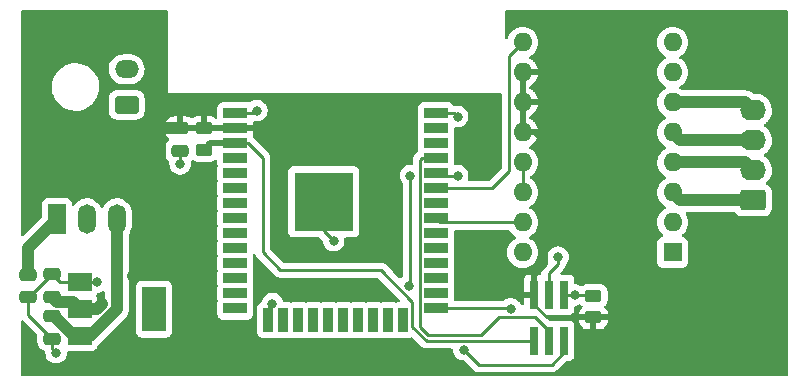
<source format=gbr>
%TF.GenerationSoftware,KiCad,Pcbnew,(6.0.0)*%
%TF.CreationDate,2022-01-25T19:48:24+01:00*%
%TF.ProjectId,ESP32_Blind,45535033-325f-4426-9c69-6e642e6b6963,rev?*%
%TF.SameCoordinates,Original*%
%TF.FileFunction,Copper,L1,Top*%
%TF.FilePolarity,Positive*%
%FSLAX46Y46*%
G04 Gerber Fmt 4.6, Leading zero omitted, Abs format (unit mm)*
G04 Created by KiCad (PCBNEW (6.0.0)) date 2022-01-25 19:48:24*
%MOMM*%
%LPD*%
G01*
G04 APERTURE LIST*
G04 Aperture macros list*
%AMRoundRect*
0 Rectangle with rounded corners*
0 $1 Rounding radius*
0 $2 $3 $4 $5 $6 $7 $8 $9 X,Y pos of 4 corners*
0 Add a 4 corners polygon primitive as box body*
4,1,4,$2,$3,$4,$5,$6,$7,$8,$9,$2,$3,0*
0 Add four circle primitives for the rounded corners*
1,1,$1+$1,$2,$3*
1,1,$1+$1,$4,$5*
1,1,$1+$1,$6,$7*
1,1,$1+$1,$8,$9*
0 Add four rect primitives between the rounded corners*
20,1,$1+$1,$2,$3,$4,$5,0*
20,1,$1+$1,$4,$5,$6,$7,0*
20,1,$1+$1,$6,$7,$8,$9,0*
20,1,$1+$1,$8,$9,$2,$3,0*%
G04 Aperture macros list end*
%TA.AperFunction,SMDPad,CuDef*%
%ADD10R,0.740000X2.400000*%
%TD*%
%TA.AperFunction,SMDPad,CuDef*%
%ADD11R,2.000000X1.500000*%
%TD*%
%TA.AperFunction,SMDPad,CuDef*%
%ADD12R,2.000000X3.800000*%
%TD*%
%TA.AperFunction,ComponentPad*%
%ADD13RoundRect,0.250001X0.759999X-0.499999X0.759999X0.499999X-0.759999X0.499999X-0.759999X-0.499999X0*%
%TD*%
%TA.AperFunction,ComponentPad*%
%ADD14O,2.020000X1.500000*%
%TD*%
%TA.AperFunction,SMDPad,CuDef*%
%ADD15RoundRect,0.250000X-0.450000X0.262500X-0.450000X-0.262500X0.450000X-0.262500X0.450000X0.262500X0*%
%TD*%
%TA.AperFunction,ComponentPad*%
%ADD16R,1.600000X1.600000*%
%TD*%
%TA.AperFunction,ComponentPad*%
%ADD17O,1.600000X1.600000*%
%TD*%
%TA.AperFunction,SMDPad,CuDef*%
%ADD18RoundRect,0.250000X0.450000X-0.262500X0.450000X0.262500X-0.450000X0.262500X-0.450000X-0.262500X0*%
%TD*%
%TA.AperFunction,ComponentPad*%
%ADD19R,1.500000X2.500000*%
%TD*%
%TA.AperFunction,ComponentPad*%
%ADD20O,1.500000X2.500000*%
%TD*%
%TA.AperFunction,ComponentPad*%
%ADD21RoundRect,0.250000X0.845000X-0.620000X0.845000X0.620000X-0.845000X0.620000X-0.845000X-0.620000X0*%
%TD*%
%TA.AperFunction,ComponentPad*%
%ADD22O,2.190000X1.740000*%
%TD*%
%TA.AperFunction,SMDPad,CuDef*%
%ADD23RoundRect,0.250000X-0.475000X0.250000X-0.475000X-0.250000X0.475000X-0.250000X0.475000X0.250000X0*%
%TD*%
%TA.AperFunction,SMDPad,CuDef*%
%ADD24RoundRect,0.250000X0.475000X-0.250000X0.475000X0.250000X-0.475000X0.250000X-0.475000X-0.250000X0*%
%TD*%
%TA.AperFunction,SMDPad,CuDef*%
%ADD25R,2.000000X0.900000*%
%TD*%
%TA.AperFunction,SMDPad,CuDef*%
%ADD26R,0.900000X2.000000*%
%TD*%
%TA.AperFunction,SMDPad,CuDef*%
%ADD27R,5.000000X5.000000*%
%TD*%
%TA.AperFunction,ViaPad*%
%ADD28C,0.800000*%
%TD*%
%TA.AperFunction,Conductor*%
%ADD29C,0.250000*%
%TD*%
%TA.AperFunction,Conductor*%
%ADD30C,1.000000*%
%TD*%
%TA.AperFunction,Conductor*%
%ADD31C,0.500000*%
%TD*%
G04 APERTURE END LIST*
D10*
%TO.P,J2,1,Pin_1*%
%TO.N,EN*%
X139960000Y-98500000D03*
%TO.P,J2,2,Pin_2*%
%TO.N,+3V3*%
X139960000Y-94600000D03*
%TO.P,J2,3,Pin_3*%
%TO.N,TX*%
X141230000Y-98500000D03*
%TO.P,J2,4,Pin_4*%
%TO.N,GND*%
X141230000Y-94600000D03*
%TO.P,J2,5,Pin_5*%
%TO.N,RX*%
X142500000Y-98500000D03*
%TO.P,J2,6,Pin_6*%
%TO.N,D0*%
X142500000Y-94600000D03*
%TD*%
D11*
%TO.P,U2,1,GND*%
%TO.N,GND*%
X101500000Y-93500000D03*
%TO.P,U2,2,VO*%
%TO.N,+3V3*%
X101500000Y-95800000D03*
%TO.P,U2,3,VI*%
%TO.N,+5V*%
X101500000Y-98100000D03*
D12*
%TO.P,U2,4*%
%TO.N,N/C*%
X107800000Y-95800000D03*
%TD*%
D13*
%TO.P,J1,1,Pin_1*%
%TO.N,+12V*%
X105470000Y-78500000D03*
D14*
%TO.P,J1,2,Pin_2*%
%TO.N,GND*%
X105470000Y-75500000D03*
%TD*%
D15*
%TO.P,R1,1*%
%TO.N,+3V3*%
X112000000Y-80500000D03*
%TO.P,R1,2*%
%TO.N,EN*%
X112000000Y-82325000D03*
%TD*%
D16*
%TO.P,A1,1,GND*%
%TO.N,GND*%
X151700000Y-91000000D03*
D17*
%TO.P,A1,2,VDD*%
%TO.N,+5V*%
X151700000Y-88460000D03*
%TO.P,A1,3,1B*%
%TO.N,/RED*%
X151700000Y-85920000D03*
%TO.P,A1,4,1A*%
%TO.N,/BLUE*%
X151700000Y-83380000D03*
%TO.P,A1,5,2A*%
%TO.N,/Green*%
X151700000Y-80840000D03*
%TO.P,A1,6,2B*%
%TO.N,/Black*%
X151700000Y-78300000D03*
%TO.P,A1,7,GND*%
%TO.N,GND*%
X151700000Y-75760000D03*
%TO.P,A1,8,VMOT*%
%TO.N,+12V*%
X151700000Y-73220000D03*
%TO.P,A1,9,~{ENABLE}*%
%TO.N,Enable*%
X139000000Y-73220000D03*
%TO.P,A1,10,MS1*%
%TO.N,+3V3*%
X139000000Y-75760000D03*
%TO.P,A1,11,MS2*%
X139000000Y-78300000D03*
%TO.P,A1,12,MS3*%
X139000000Y-80840000D03*
%TO.P,A1,13,~{RESET}*%
%TO.N,Net-(A1-Pad13)*%
X139000000Y-83380000D03*
%TO.P,A1,14,~{SLEEP}*%
X139000000Y-85920000D03*
%TO.P,A1,15,STEP*%
%TO.N,STEP*%
X139000000Y-88460000D03*
%TO.P,A1,16,DIR*%
%TO.N,unconnected-(A1-Pad16)*%
X139000000Y-91000000D03*
%TD*%
D18*
%TO.P,R2,1*%
%TO.N,+3V3*%
X145000000Y-96500000D03*
%TO.P,R2,2*%
%TO.N,D0*%
X145000000Y-94675000D03*
%TD*%
D19*
%TO.P,U1,1,Vin*%
%TO.N,+12V*%
X99567500Y-88182500D03*
D20*
%TO.P,U1,2,GND*%
%TO.N,GND*%
X102107500Y-88182500D03*
%TO.P,U1,3,Vout*%
%TO.N,+5V*%
X104647500Y-88182500D03*
%TD*%
D21*
%TO.P,J3,1,Pin_1*%
%TO.N,/RED*%
X158500000Y-86580000D03*
D22*
%TO.P,J3,2,Pin_2*%
%TO.N,/BLUE*%
X158500000Y-84040000D03*
%TO.P,J3,3,Pin_3*%
%TO.N,/Green*%
X158500000Y-81500000D03*
%TO.P,J3,4,Pin_4*%
%TO.N,/Black*%
X158500000Y-78960000D03*
%TD*%
D23*
%TO.P,C4,1*%
%TO.N,+3V3*%
X110000000Y-80500000D03*
%TO.P,C4,2*%
%TO.N,GND*%
X110000000Y-82400000D03*
%TD*%
D24*
%TO.P,C3,1*%
%TO.N,+3V3*%
X99150000Y-94750000D03*
%TO.P,C3,2*%
%TO.N,GND*%
X99150000Y-92850000D03*
%TD*%
D25*
%TO.P,U3,1,GND*%
%TO.N,GND*%
X114670000Y-79225000D03*
%TO.P,U3,2,VDD*%
%TO.N,+3V3*%
X114670000Y-80495000D03*
%TO.P,U3,3,EN*%
%TO.N,EN*%
X114670000Y-81765000D03*
%TO.P,U3,4,SENSOR_VP*%
%TO.N,unconnected-(U3-Pad4)*%
X114670000Y-83035000D03*
%TO.P,U3,5,SENSOR_VN*%
%TO.N,unconnected-(U3-Pad5)*%
X114670000Y-84305000D03*
%TO.P,U3,6,IO34*%
%TO.N,unconnected-(U3-Pad6)*%
X114670000Y-85575000D03*
%TO.P,U3,7,IO35*%
%TO.N,unconnected-(U3-Pad7)*%
X114670000Y-86845000D03*
%TO.P,U3,8,IO32*%
%TO.N,unconnected-(U3-Pad8)*%
X114670000Y-88115000D03*
%TO.P,U3,9,IO33*%
%TO.N,unconnected-(U3-Pad9)*%
X114670000Y-89385000D03*
%TO.P,U3,10,IO25*%
%TO.N,unconnected-(U3-Pad10)*%
X114670000Y-90655000D03*
%TO.P,U3,11,IO26*%
%TO.N,unconnected-(U3-Pad11)*%
X114670000Y-91925000D03*
%TO.P,U3,12,IO27*%
%TO.N,unconnected-(U3-Pad12)*%
X114670000Y-93195000D03*
%TO.P,U3,13,IO14*%
%TO.N,unconnected-(U3-Pad13)*%
X114670000Y-94465000D03*
%TO.P,U3,14,IO12*%
%TO.N,unconnected-(U3-Pad14)*%
X114670000Y-95735000D03*
D26*
%TO.P,U3,15,GND*%
%TO.N,GND*%
X117455000Y-96735000D03*
%TO.P,U3,16,IO13*%
%TO.N,unconnected-(U3-Pad16)*%
X118725000Y-96735000D03*
%TO.P,U3,17,SHD/SD2*%
%TO.N,unconnected-(U3-Pad17)*%
X119995000Y-96735000D03*
%TO.P,U3,18,SWP/SD3*%
%TO.N,unconnected-(U3-Pad18)*%
X121265000Y-96735000D03*
%TO.P,U3,19,SCS/CMD*%
%TO.N,unconnected-(U3-Pad19)*%
X122535000Y-96735000D03*
%TO.P,U3,20,SCK/CLK*%
%TO.N,unconnected-(U3-Pad20)*%
X123805000Y-96735000D03*
%TO.P,U3,21,SDO/SD0*%
%TO.N,unconnected-(U3-Pad21)*%
X125075000Y-96735000D03*
%TO.P,U3,22,SDI/SD1*%
%TO.N,unconnected-(U3-Pad22)*%
X126345000Y-96735000D03*
%TO.P,U3,23,IO15*%
%TO.N,unconnected-(U3-Pad23)*%
X127615000Y-96735000D03*
%TO.P,U3,24,IO2*%
%TO.N,unconnected-(U3-Pad24)*%
X128885000Y-96735000D03*
D25*
%TO.P,U3,25,IO0*%
%TO.N,D0*%
X131670000Y-95735000D03*
%TO.P,U3,26,IO4*%
%TO.N,unconnected-(U3-Pad26)*%
X131670000Y-94465000D03*
%TO.P,U3,27,IO16*%
%TO.N,unconnected-(U3-Pad27)*%
X131670000Y-93195000D03*
%TO.P,U3,28,IO17*%
%TO.N,unconnected-(U3-Pad28)*%
X131670000Y-91925000D03*
%TO.P,U3,29,IO5*%
%TO.N,unconnected-(U3-Pad29)*%
X131670000Y-90655000D03*
%TO.P,U3,30,IO18*%
%TO.N,DIR*%
X131670000Y-89385000D03*
%TO.P,U3,31,IO19*%
%TO.N,STEP*%
X131670000Y-88115000D03*
%TO.P,U3,32,NC*%
%TO.N,unconnected-(U3-Pad32)*%
X131670000Y-86845000D03*
%TO.P,U3,33,IO21*%
%TO.N,Enable*%
X131670000Y-85575000D03*
%TO.P,U3,34,RXD0/IO3*%
%TO.N,RX*%
X131670000Y-84305000D03*
%TO.P,U3,35,TXD0/IO1*%
%TO.N,TX*%
X131670000Y-83035000D03*
%TO.P,U3,36,IO22*%
%TO.N,unconnected-(U3-Pad36)*%
X131670000Y-81765000D03*
%TO.P,U3,37,IO23*%
%TO.N,unconnected-(U3-Pad37)*%
X131670000Y-80495000D03*
%TO.P,U3,38,GND*%
%TO.N,GND*%
X131670000Y-79225000D03*
D27*
%TO.P,U3,39,GND*%
X122170000Y-86725000D03*
%TD*%
D23*
%TO.P,C2,1*%
%TO.N,+5V*%
X99150000Y-96400000D03*
%TO.P,C2,2*%
%TO.N,GND*%
X99150000Y-98300000D03*
%TD*%
%TO.P,C1,1*%
%TO.N,+12V*%
X97150000Y-92900000D03*
%TO.P,C1,2*%
%TO.N,GND*%
X97150000Y-94800000D03*
%TD*%
D28*
%TO.N,GND*%
X99500000Y-99500000D03*
X103000000Y-93500000D03*
X117819240Y-95345532D03*
X110000000Y-83500000D03*
X142000000Y-91400011D03*
X123000000Y-90000000D03*
X133500000Y-79500000D03*
X116500000Y-79000000D03*
%TO.N,+3V3*%
X103376322Y-95376322D03*
X106000000Y-93000000D03*
X116500000Y-80500000D03*
%TO.N,RX*%
X134000000Y-99224500D03*
X129500000Y-84500000D03*
X129345112Y-93806971D03*
X133500000Y-84500000D03*
%TO.N,D0*%
X143400000Y-94600000D03*
X138000000Y-95775500D03*
%TD*%
D29*
%TO.N,GND*%
X116275000Y-79225000D02*
X116500000Y-79000000D01*
X141230000Y-94600000D02*
X141230000Y-92770000D01*
X110000000Y-82400000D02*
X110000000Y-83500000D01*
X122170000Y-89170000D02*
X123000000Y-90000000D01*
X122170000Y-86725000D02*
X122170000Y-89170000D01*
X97150000Y-96300000D02*
X97150000Y-94800000D01*
X99800000Y-93500000D02*
X99150000Y-92850000D01*
X99150000Y-98300000D02*
X99150000Y-99150000D01*
X101500000Y-93500000D02*
X103000000Y-93500000D01*
X141230000Y-92770000D02*
X142000000Y-92000000D01*
X117455000Y-95709772D02*
X117819240Y-95345532D01*
X142000000Y-92000000D02*
X142000000Y-91400011D01*
X117455000Y-96735000D02*
X117455000Y-95709772D01*
X99150000Y-99150000D02*
X99500000Y-99500000D01*
X97200000Y-94800000D02*
X99150000Y-92850000D01*
X133225000Y-79225000D02*
X133500000Y-79500000D01*
X99150000Y-98300000D02*
X97150000Y-96300000D01*
X101500000Y-93500000D02*
X99800000Y-93500000D01*
X131670000Y-79225000D02*
X133225000Y-79225000D01*
X114670000Y-79225000D02*
X116275000Y-79225000D01*
X97150000Y-94800000D02*
X97200000Y-94800000D01*
%TO.N,Enable*%
X137875489Y-84124511D02*
X136425000Y-85575000D01*
X136425000Y-85575000D02*
X131670000Y-85575000D01*
X137875489Y-74344511D02*
X137875489Y-84124511D01*
X139000000Y-73220000D02*
X137875489Y-74344511D01*
D30*
%TO.N,+5V*%
X104647500Y-88182500D02*
X104647500Y-95801522D01*
X102349022Y-98100000D02*
X101500000Y-98100000D01*
X101500000Y-98100000D02*
X101017824Y-98100000D01*
X99317824Y-96400000D02*
X99150000Y-96400000D01*
X104647500Y-95801522D02*
X102349022Y-98100000D01*
X101017824Y-98100000D02*
X99317824Y-96400000D01*
%TO.N,+3V3*%
X106000000Y-93000000D02*
X107500000Y-91500000D01*
D29*
X141030000Y-96500000D02*
X139960000Y-95430000D01*
X139000000Y-75760000D02*
X139000000Y-78300000D01*
D31*
X116495000Y-80495000D02*
X116500000Y-80500000D01*
D29*
X139960000Y-95430000D02*
X139960000Y-94600000D01*
D31*
X114670000Y-80495000D02*
X116495000Y-80495000D01*
X110000000Y-80500000D02*
X114665000Y-80500000D01*
D30*
X102952644Y-95800000D02*
X103376322Y-95376322D01*
D29*
X139000000Y-80840000D02*
X139840000Y-80840000D01*
X139000000Y-80840000D02*
X139000000Y-78300000D01*
D30*
X108500000Y-80500000D02*
X110000000Y-80500000D01*
X107500000Y-91500000D02*
X107500000Y-81500000D01*
X101500000Y-95800000D02*
X100900480Y-95200480D01*
D29*
X139840000Y-80840000D02*
X141000000Y-82000000D01*
D30*
X99600480Y-95200480D02*
X99150000Y-94750000D01*
X101500000Y-95800000D02*
X102952644Y-95800000D01*
X100900480Y-95200480D02*
X99600480Y-95200480D01*
D29*
X141000000Y-92000000D02*
X139960000Y-93040000D01*
D30*
X107500000Y-81500000D02*
X108500000Y-80500000D01*
D29*
X141000000Y-82000000D02*
X141000000Y-92000000D01*
X145000000Y-96500000D02*
X141030000Y-96500000D01*
X139960000Y-93040000D02*
X139960000Y-94600000D01*
D31*
X114665000Y-80500000D02*
X114670000Y-80495000D01*
D30*
%TO.N,/RED*%
X158500000Y-86580000D02*
X152360000Y-86580000D01*
X152360000Y-86580000D02*
X151700000Y-85920000D01*
%TO.N,/BLUE*%
X151700000Y-83380000D02*
X157840000Y-83380000D01*
X157840000Y-83380000D02*
X158500000Y-84040000D01*
%TO.N,/Green*%
X152360000Y-81500000D02*
X151700000Y-80840000D01*
X158500000Y-81500000D02*
X152360000Y-81500000D01*
D29*
%TO.N,Net-(A1-Pad13)*%
X139000000Y-85920000D02*
X139000000Y-83380000D01*
D30*
%TO.N,/Black*%
X151700000Y-78300000D02*
X157840000Y-78300000D01*
X157840000Y-78300000D02*
X158500000Y-78960000D01*
D29*
%TO.N,STEP*%
X139000000Y-88460000D02*
X132015000Y-88460000D01*
X132015000Y-88460000D02*
X131670000Y-88115000D01*
D30*
%TO.N,+12V*%
X99567500Y-88182500D02*
X97150000Y-90600000D01*
X97150000Y-90600000D02*
X97150000Y-92900000D01*
D29*
%TO.N,EN*%
X127000000Y-92500000D02*
X129659511Y-95159511D01*
X115765000Y-81765000D02*
X117000000Y-83000000D01*
D31*
X112560000Y-81765000D02*
X114670000Y-81765000D01*
D29*
X118500000Y-92500000D02*
X127000000Y-92500000D01*
X130864282Y-98500000D02*
X139960000Y-98500000D01*
X114670000Y-81765000D02*
X115765000Y-81765000D01*
X117000000Y-83000000D02*
X117000000Y-91000000D01*
X117000000Y-91000000D02*
X118500000Y-92500000D01*
X129659511Y-97295229D02*
X130864282Y-98500000D01*
X129659511Y-95159511D02*
X129659511Y-97295229D01*
D31*
X112000000Y-82325000D02*
X112560000Y-81765000D01*
D29*
%TO.N,TX*%
X140060000Y-96500000D02*
X137000000Y-96500000D01*
X130345489Y-83154511D02*
X130465000Y-83035000D01*
X141230000Y-98500000D02*
X141230000Y-97670000D01*
X130345489Y-97345489D02*
X130345489Y-83154511D01*
X130465000Y-83035000D02*
X131670000Y-83035000D01*
X137000000Y-96500000D02*
X135500000Y-98000000D01*
X141230000Y-97670000D02*
X140060000Y-96500000D01*
X135500000Y-98000000D02*
X131000000Y-98000000D01*
X131000000Y-98000000D02*
X130345489Y-97345489D01*
%TO.N,RX*%
X133500000Y-84500000D02*
X131865000Y-84500000D01*
X141449022Y-100500000D02*
X135275500Y-100500000D01*
X142500000Y-99449022D02*
X141449022Y-100500000D01*
X129345112Y-93806971D02*
X129500000Y-93652083D01*
X142500000Y-98500000D02*
X142500000Y-99449022D01*
X131865000Y-84500000D02*
X131670000Y-84305000D01*
X135275500Y-100500000D02*
X134000000Y-99224500D01*
X129500000Y-93652083D02*
X129500000Y-84500000D01*
%TO.N,D0*%
X131670000Y-95735000D02*
X137959500Y-95735000D01*
X145000000Y-94675000D02*
X144925000Y-94600000D01*
X144925000Y-94600000D02*
X143400000Y-94600000D01*
X137959500Y-95735000D02*
X138000000Y-95775500D01*
X143400000Y-94600000D02*
X142500000Y-94600000D01*
%TD*%
%TA.AperFunction,Conductor*%
%TO.N,+3V3*%
G36*
X108942121Y-70528002D02*
G01*
X108988614Y-70581658D01*
X109000000Y-70634000D01*
X109000000Y-77500000D01*
X137115989Y-77500000D01*
X137184110Y-77520002D01*
X137230603Y-77573658D01*
X137241989Y-77626000D01*
X137241989Y-83809916D01*
X137221987Y-83878037D01*
X137205084Y-83899011D01*
X136199500Y-84904595D01*
X136137188Y-84938621D01*
X136110405Y-84941500D01*
X134485225Y-84941500D01*
X134417104Y-84921498D01*
X134370611Y-84867842D01*
X134360507Y-84797568D01*
X134365392Y-84776564D01*
X134391502Y-84696206D01*
X134393542Y-84689928D01*
X134401493Y-84614284D01*
X134412814Y-84506565D01*
X134413504Y-84500000D01*
X134401543Y-84386198D01*
X134394232Y-84316635D01*
X134394232Y-84316633D01*
X134393542Y-84310072D01*
X134334527Y-84128444D01*
X134318013Y-84099840D01*
X134281587Y-84036749D01*
X134239040Y-83963056D01*
X134111253Y-83821134D01*
X133967237Y-83716500D01*
X133962094Y-83712763D01*
X133962093Y-83712762D01*
X133956752Y-83708882D01*
X133950724Y-83706198D01*
X133950722Y-83706197D01*
X133788319Y-83633891D01*
X133788318Y-83633891D01*
X133782288Y-83631206D01*
X133688887Y-83611353D01*
X133601944Y-83592872D01*
X133601939Y-83592872D01*
X133595487Y-83591500D01*
X133404513Y-83591500D01*
X133398061Y-83592872D01*
X133398056Y-83592872D01*
X133330697Y-83607190D01*
X133259906Y-83601788D01*
X133203273Y-83558971D01*
X133178780Y-83492333D01*
X133178500Y-83483943D01*
X133178500Y-82536866D01*
X133171745Y-82474684D01*
X133160328Y-82444229D01*
X133155145Y-82373423D01*
X133160326Y-82355776D01*
X133171745Y-82325316D01*
X133178500Y-82263134D01*
X133178500Y-81266866D01*
X133171745Y-81204684D01*
X133160328Y-81174229D01*
X133155145Y-81103423D01*
X133160326Y-81085776D01*
X133171745Y-81055316D01*
X133178500Y-80993134D01*
X133178500Y-80516057D01*
X133198502Y-80447936D01*
X133252158Y-80401443D01*
X133322432Y-80391339D01*
X133330697Y-80392810D01*
X133398056Y-80407128D01*
X133398061Y-80407128D01*
X133404513Y-80408500D01*
X133595487Y-80408500D01*
X133601939Y-80407128D01*
X133601944Y-80407128D01*
X133702399Y-80385775D01*
X133782288Y-80368794D01*
X133794810Y-80363219D01*
X133950722Y-80293803D01*
X133950724Y-80293802D01*
X133956752Y-80291118D01*
X134111253Y-80178866D01*
X134115675Y-80173955D01*
X134234621Y-80041852D01*
X134234622Y-80041851D01*
X134239040Y-80036944D01*
X134313197Y-79908500D01*
X134331223Y-79877279D01*
X134331224Y-79877278D01*
X134334527Y-79871556D01*
X134393542Y-79689928D01*
X134396993Y-79657099D01*
X134412814Y-79506565D01*
X134413504Y-79500000D01*
X134411525Y-79481172D01*
X134394232Y-79316635D01*
X134394232Y-79316633D01*
X134393542Y-79310072D01*
X134334527Y-79128444D01*
X134239040Y-78963056D01*
X134212793Y-78933905D01*
X134115675Y-78826045D01*
X134115674Y-78826044D01*
X134111253Y-78821134D01*
X133956752Y-78708882D01*
X133950724Y-78706198D01*
X133950722Y-78706197D01*
X133788319Y-78633891D01*
X133788318Y-78633891D01*
X133782288Y-78631206D01*
X133688887Y-78611353D01*
X133601944Y-78592872D01*
X133601939Y-78592872D01*
X133595487Y-78591500D01*
X133404513Y-78591500D01*
X133378996Y-78596924D01*
X133321466Y-78595720D01*
X133305030Y-78591500D01*
X133284776Y-78591500D01*
X133265065Y-78589949D01*
X133252886Y-78588020D01*
X133245057Y-78586780D01*
X133237165Y-78587526D01*
X133229242Y-78587277D01*
X133229293Y-78585657D01*
X133168655Y-78573909D01*
X133121362Y-78527735D01*
X133120615Y-78528295D01*
X133117015Y-78523491D01*
X133117013Y-78523490D01*
X133115230Y-78521110D01*
X133115229Y-78521108D01*
X133038642Y-78418919D01*
X133033261Y-78411739D01*
X132916705Y-78324385D01*
X132780316Y-78273255D01*
X132718134Y-78266500D01*
X130621866Y-78266500D01*
X130559684Y-78273255D01*
X130423295Y-78324385D01*
X130306739Y-78411739D01*
X130219385Y-78528295D01*
X130168255Y-78664684D01*
X130161500Y-78726866D01*
X130161500Y-79723134D01*
X130168255Y-79785316D01*
X130179672Y-79815771D01*
X130184855Y-79886577D01*
X130179674Y-79904224D01*
X130168255Y-79934684D01*
X130161500Y-79996866D01*
X130161500Y-80993134D01*
X130168255Y-81055316D01*
X130179672Y-81085771D01*
X130184855Y-81156577D01*
X130179674Y-81174224D01*
X130168255Y-81204684D01*
X130161500Y-81266866D01*
X130161500Y-82263134D01*
X130168255Y-82325316D01*
X130171028Y-82332712D01*
X130171029Y-82332715D01*
X130176498Y-82347304D01*
X130181681Y-82418111D01*
X130147760Y-82480480D01*
X130132576Y-82493471D01*
X130121613Y-82501436D01*
X130111693Y-82507952D01*
X130080465Y-82526420D01*
X130080462Y-82526422D01*
X130073638Y-82530458D01*
X130059314Y-82544782D01*
X130044287Y-82557617D01*
X130027893Y-82569528D01*
X130022840Y-82575636D01*
X130022838Y-82575638D01*
X129999708Y-82603598D01*
X129991718Y-82612378D01*
X129953238Y-82650858D01*
X129944949Y-82658401D01*
X129938471Y-82662511D01*
X129933048Y-82668286D01*
X129891861Y-82712147D01*
X129889105Y-82714991D01*
X129869354Y-82734741D01*
X129866874Y-82737938D01*
X129859171Y-82746958D01*
X129828903Y-82779190D01*
X129825084Y-82786136D01*
X129825082Y-82786139D01*
X129819141Y-82796945D01*
X129808290Y-82813464D01*
X129795875Y-82829470D01*
X129792730Y-82836739D01*
X129792727Y-82836743D01*
X129778315Y-82870048D01*
X129773098Y-82880698D01*
X129751794Y-82919451D01*
X129749823Y-82927126D01*
X129749823Y-82927127D01*
X129746756Y-82939073D01*
X129740352Y-82957777D01*
X129737612Y-82964110D01*
X129732308Y-82976366D01*
X129731069Y-82984189D01*
X129731066Y-82984199D01*
X129725390Y-83020035D01*
X129722984Y-83031655D01*
X129715683Y-83060092D01*
X129711989Y-83074481D01*
X129711989Y-83094735D01*
X129710438Y-83114445D01*
X129707269Y-83134454D01*
X129708015Y-83142346D01*
X129711430Y-83178472D01*
X129711989Y-83190330D01*
X129711989Y-83465500D01*
X129691987Y-83533621D01*
X129638331Y-83580114D01*
X129585989Y-83591500D01*
X129404513Y-83591500D01*
X129398061Y-83592872D01*
X129398056Y-83592872D01*
X129311113Y-83611353D01*
X129217712Y-83631206D01*
X129211682Y-83633891D01*
X129211681Y-83633891D01*
X129049278Y-83706197D01*
X129049276Y-83706198D01*
X129043248Y-83708882D01*
X129037907Y-83712762D01*
X129037906Y-83712763D01*
X129032763Y-83716500D01*
X128888747Y-83821134D01*
X128760960Y-83963056D01*
X128718413Y-84036749D01*
X128681988Y-84099840D01*
X128665473Y-84128444D01*
X128606458Y-84310072D01*
X128605768Y-84316633D01*
X128605768Y-84316635D01*
X128598457Y-84386198D01*
X128586496Y-84500000D01*
X128587186Y-84506565D01*
X128598508Y-84614284D01*
X128606458Y-84689928D01*
X128665473Y-84871556D01*
X128760960Y-85036944D01*
X128834137Y-85118215D01*
X128864853Y-85182221D01*
X128866500Y-85202524D01*
X128866500Y-92967535D01*
X128846498Y-93035656D01*
X128814561Y-93069471D01*
X128793328Y-93084898D01*
X128733859Y-93128105D01*
X128729437Y-93133016D01*
X128729435Y-93133018D01*
X128723275Y-93139859D01*
X128662829Y-93177098D01*
X128591845Y-93175745D01*
X128540546Y-93144642D01*
X128060687Y-92664782D01*
X127503652Y-92107747D01*
X127496112Y-92099461D01*
X127492000Y-92092982D01*
X127478209Y-92080031D01*
X127442349Y-92046357D01*
X127439507Y-92043602D01*
X127419770Y-92023865D01*
X127416573Y-92021385D01*
X127407551Y-92013680D01*
X127375321Y-91983414D01*
X127368375Y-91979595D01*
X127368372Y-91979593D01*
X127357566Y-91973652D01*
X127341047Y-91962801D01*
X127340583Y-91962441D01*
X127325041Y-91950386D01*
X127317772Y-91947241D01*
X127317768Y-91947238D01*
X127284463Y-91932826D01*
X127273813Y-91927609D01*
X127235060Y-91906305D01*
X127215437Y-91901267D01*
X127196734Y-91894863D01*
X127185420Y-91889967D01*
X127185419Y-91889967D01*
X127178145Y-91886819D01*
X127170322Y-91885580D01*
X127170312Y-91885577D01*
X127134476Y-91879901D01*
X127122856Y-91877495D01*
X127087711Y-91868472D01*
X127087710Y-91868472D01*
X127080030Y-91866500D01*
X127059776Y-91866500D01*
X127040065Y-91864949D01*
X127027886Y-91863020D01*
X127020057Y-91861780D01*
X127012165Y-91862526D01*
X126976039Y-91865941D01*
X126964181Y-91866500D01*
X118814595Y-91866500D01*
X118746474Y-91846498D01*
X118725500Y-91829595D01*
X117670405Y-90774500D01*
X117636379Y-90712188D01*
X117633500Y-90685405D01*
X117633500Y-89273134D01*
X119161500Y-89273134D01*
X119168255Y-89335316D01*
X119219385Y-89471705D01*
X119306739Y-89588261D01*
X119423295Y-89675615D01*
X119559684Y-89726745D01*
X119621866Y-89733500D01*
X121785406Y-89733500D01*
X121853527Y-89753502D01*
X121874501Y-89770405D01*
X122052878Y-89948782D01*
X122086904Y-90011094D01*
X122089092Y-90024703D01*
X122093247Y-90064231D01*
X122102861Y-90155700D01*
X122106458Y-90189928D01*
X122165473Y-90371556D01*
X122260960Y-90536944D01*
X122265378Y-90541851D01*
X122265379Y-90541852D01*
X122384325Y-90673955D01*
X122388747Y-90678866D01*
X122543248Y-90791118D01*
X122549276Y-90793802D01*
X122549278Y-90793803D01*
X122693825Y-90858159D01*
X122717712Y-90868794D01*
X122811112Y-90888647D01*
X122898056Y-90907128D01*
X122898061Y-90907128D01*
X122904513Y-90908500D01*
X123095487Y-90908500D01*
X123101939Y-90907128D01*
X123101944Y-90907128D01*
X123188888Y-90888647D01*
X123282288Y-90868794D01*
X123306175Y-90858159D01*
X123450722Y-90793803D01*
X123450724Y-90793802D01*
X123456752Y-90791118D01*
X123611253Y-90678866D01*
X123615675Y-90673955D01*
X123734621Y-90541852D01*
X123734622Y-90541851D01*
X123739040Y-90536944D01*
X123834527Y-90371556D01*
X123893542Y-90189928D01*
X123896666Y-90160211D01*
X123912814Y-90006565D01*
X123913504Y-90000000D01*
X123900121Y-89872670D01*
X123912893Y-89802832D01*
X123961395Y-89750986D01*
X124025431Y-89733500D01*
X124718134Y-89733500D01*
X124780316Y-89726745D01*
X124916705Y-89675615D01*
X125033261Y-89588261D01*
X125120615Y-89471705D01*
X125171745Y-89335316D01*
X125178500Y-89273134D01*
X125178500Y-84176866D01*
X125171745Y-84114684D01*
X125120615Y-83978295D01*
X125033261Y-83861739D01*
X124916705Y-83774385D01*
X124780316Y-83723255D01*
X124718134Y-83716500D01*
X119621866Y-83716500D01*
X119559684Y-83723255D01*
X119423295Y-83774385D01*
X119306739Y-83861739D01*
X119219385Y-83978295D01*
X119168255Y-84114684D01*
X119161500Y-84176866D01*
X119161500Y-89273134D01*
X117633500Y-89273134D01*
X117633500Y-83078768D01*
X117634027Y-83067585D01*
X117635702Y-83060092D01*
X117633562Y-82992001D01*
X117633500Y-82988044D01*
X117633500Y-82960144D01*
X117632996Y-82956153D01*
X117632063Y-82944311D01*
X117631899Y-82939073D01*
X117630674Y-82900111D01*
X117628462Y-82892497D01*
X117628461Y-82892492D01*
X117625023Y-82880659D01*
X117621012Y-82861295D01*
X117619467Y-82849064D01*
X117618474Y-82841203D01*
X117615557Y-82833836D01*
X117615556Y-82833831D01*
X117602198Y-82800092D01*
X117598354Y-82788865D01*
X117592618Y-82769124D01*
X117586018Y-82746407D01*
X117575707Y-82728972D01*
X117567012Y-82711224D01*
X117559552Y-82692383D01*
X117533564Y-82656613D01*
X117527048Y-82646693D01*
X117508580Y-82615465D01*
X117508578Y-82615462D01*
X117504542Y-82608638D01*
X117490221Y-82594317D01*
X117477380Y-82579283D01*
X117473920Y-82574521D01*
X117465472Y-82562893D01*
X117431395Y-82534702D01*
X117422616Y-82526712D01*
X116268652Y-81372747D01*
X116261112Y-81364461D01*
X116257000Y-81357982D01*
X116214581Y-81318148D01*
X116178616Y-81256938D01*
X116175571Y-81239905D01*
X116172599Y-81212541D01*
X116172598Y-81212537D01*
X116171745Y-81204684D01*
X116160061Y-81173517D01*
X116154878Y-81102712D01*
X116160061Y-81085057D01*
X116168479Y-81062602D01*
X116172105Y-81047351D01*
X116177631Y-80996486D01*
X116178000Y-80989672D01*
X116178000Y-80767115D01*
X116173525Y-80751876D01*
X116172135Y-80750671D01*
X116164452Y-80749000D01*
X113265745Y-80749000D01*
X113230971Y-80754000D01*
X108785116Y-80754000D01*
X108769877Y-80758475D01*
X108768672Y-80759865D01*
X108767001Y-80767548D01*
X108767001Y-80797095D01*
X108767338Y-80803614D01*
X108777257Y-80899206D01*
X108780149Y-80912600D01*
X108831588Y-81066784D01*
X108837761Y-81079962D01*
X108923063Y-81217807D01*
X108932099Y-81229208D01*
X109046828Y-81343738D01*
X109055762Y-81350794D01*
X109096823Y-81408712D01*
X109100053Y-81479635D01*
X109064426Y-81541046D01*
X109056593Y-81547846D01*
X109050652Y-81551522D01*
X108925695Y-81676697D01*
X108921855Y-81682927D01*
X108921854Y-81682928D01*
X108848348Y-81802177D01*
X108832885Y-81827262D01*
X108777203Y-81995139D01*
X108776503Y-82001975D01*
X108776502Y-82001978D01*
X108774117Y-82025256D01*
X108766500Y-82099600D01*
X108766500Y-82700400D01*
X108766837Y-82703646D01*
X108766837Y-82703650D01*
X108775679Y-82788865D01*
X108777474Y-82806166D01*
X108779655Y-82812702D01*
X108779655Y-82812704D01*
X108811461Y-82908036D01*
X108833450Y-82973946D01*
X108926522Y-83124348D01*
X109051697Y-83249305D01*
X109054691Y-83251151D01*
X109094851Y-83307790D01*
X109101008Y-83361928D01*
X109086496Y-83500000D01*
X109087186Y-83506565D01*
X109104364Y-83670000D01*
X109106458Y-83689928D01*
X109165473Y-83871556D01*
X109260960Y-84036944D01*
X109265378Y-84041851D01*
X109265379Y-84041852D01*
X109384325Y-84173955D01*
X109388747Y-84178866D01*
X109543248Y-84291118D01*
X109549276Y-84293802D01*
X109549278Y-84293803D01*
X109711681Y-84366109D01*
X109717712Y-84368794D01*
X109799591Y-84386198D01*
X109898056Y-84407128D01*
X109898061Y-84407128D01*
X109904513Y-84408500D01*
X110095487Y-84408500D01*
X110101939Y-84407128D01*
X110101944Y-84407128D01*
X110200409Y-84386198D01*
X110282288Y-84368794D01*
X110288319Y-84366109D01*
X110450722Y-84293803D01*
X110450724Y-84293802D01*
X110456752Y-84291118D01*
X110611253Y-84178866D01*
X110615675Y-84173955D01*
X110734621Y-84041852D01*
X110734622Y-84041851D01*
X110739040Y-84036944D01*
X110834527Y-83871556D01*
X110893542Y-83689928D01*
X110895637Y-83670000D01*
X110912814Y-83506565D01*
X110913504Y-83500000D01*
X110898993Y-83361935D01*
X110911765Y-83292097D01*
X110945207Y-83251041D01*
X110949348Y-83248478D01*
X110965544Y-83232254D01*
X111027824Y-83198175D01*
X111098644Y-83203176D01*
X111120833Y-83214011D01*
X111220090Y-83275194D01*
X111227262Y-83279615D01*
X111307005Y-83306064D01*
X111388611Y-83333132D01*
X111388613Y-83333132D01*
X111395139Y-83335297D01*
X111401975Y-83335997D01*
X111401978Y-83335998D01*
X111445031Y-83340409D01*
X111499600Y-83346000D01*
X112500400Y-83346000D01*
X112503646Y-83345663D01*
X112503650Y-83345663D01*
X112599308Y-83335738D01*
X112599312Y-83335737D01*
X112606166Y-83335026D01*
X112612702Y-83332845D01*
X112612704Y-83332845D01*
X112748492Y-83287542D01*
X112773946Y-83279050D01*
X112924348Y-83185978D01*
X112929521Y-83180796D01*
X112929526Y-83180792D01*
X112946328Y-83163961D01*
X113008610Y-83129882D01*
X113079431Y-83134885D01*
X113136303Y-83177383D01*
X113161171Y-83243882D01*
X113161500Y-83252979D01*
X113161500Y-83533134D01*
X113168255Y-83595316D01*
X113179672Y-83625771D01*
X113184855Y-83696577D01*
X113179674Y-83714224D01*
X113168255Y-83744684D01*
X113161500Y-83806866D01*
X113161500Y-84803134D01*
X113168255Y-84865316D01*
X113179672Y-84895771D01*
X113184855Y-84966577D01*
X113179674Y-84984224D01*
X113168255Y-85014684D01*
X113161500Y-85076866D01*
X113161500Y-86073134D01*
X113168255Y-86135316D01*
X113179672Y-86165771D01*
X113184855Y-86236577D01*
X113179674Y-86254224D01*
X113168255Y-86284684D01*
X113161500Y-86346866D01*
X113161500Y-87343134D01*
X113168255Y-87405316D01*
X113179672Y-87435771D01*
X113184855Y-87506577D01*
X113179674Y-87524224D01*
X113168255Y-87554684D01*
X113161500Y-87616866D01*
X113161500Y-88613134D01*
X113168255Y-88675316D01*
X113179672Y-88705771D01*
X113184855Y-88776577D01*
X113179674Y-88794224D01*
X113168255Y-88824684D01*
X113161500Y-88886866D01*
X113161500Y-89883134D01*
X113168255Y-89945316D01*
X113179672Y-89975771D01*
X113184855Y-90046577D01*
X113179674Y-90064224D01*
X113168255Y-90094684D01*
X113161500Y-90156866D01*
X113161500Y-91153134D01*
X113168255Y-91215316D01*
X113179672Y-91245771D01*
X113184855Y-91316577D01*
X113179674Y-91334224D01*
X113168255Y-91364684D01*
X113161500Y-91426866D01*
X113161500Y-92423134D01*
X113168255Y-92485316D01*
X113179672Y-92515771D01*
X113184855Y-92586577D01*
X113179674Y-92604224D01*
X113168255Y-92634684D01*
X113161500Y-92696866D01*
X113161500Y-93693134D01*
X113168255Y-93755316D01*
X113179672Y-93785771D01*
X113184855Y-93856577D01*
X113179674Y-93874224D01*
X113168255Y-93904684D01*
X113161500Y-93966866D01*
X113161500Y-94963134D01*
X113168255Y-95025316D01*
X113179672Y-95055771D01*
X113184855Y-95126577D01*
X113179674Y-95144224D01*
X113168255Y-95174684D01*
X113161500Y-95236866D01*
X113161500Y-96233134D01*
X113168255Y-96295316D01*
X113219385Y-96431705D01*
X113306739Y-96548261D01*
X113423295Y-96635615D01*
X113559684Y-96686745D01*
X113621866Y-96693500D01*
X115718134Y-96693500D01*
X115780316Y-96686745D01*
X115916705Y-96635615D01*
X116033261Y-96548261D01*
X116120615Y-96431705D01*
X116171745Y-96295316D01*
X116178500Y-96233134D01*
X116178500Y-95236866D01*
X116171745Y-95174684D01*
X116160328Y-95144229D01*
X116155145Y-95073423D01*
X116160326Y-95055776D01*
X116171745Y-95025316D01*
X116178500Y-94963134D01*
X116178500Y-93966866D01*
X116171745Y-93904684D01*
X116160328Y-93874229D01*
X116155145Y-93803423D01*
X116160326Y-93785776D01*
X116171745Y-93755316D01*
X116178500Y-93693134D01*
X116178500Y-92696866D01*
X116171745Y-92634684D01*
X116160328Y-92604229D01*
X116155145Y-92533423D01*
X116160326Y-92515776D01*
X116171745Y-92485316D01*
X116178500Y-92423134D01*
X116178500Y-91426866D01*
X116171745Y-91364684D01*
X116160328Y-91334229D01*
X116155145Y-91263423D01*
X116160328Y-91245771D01*
X116168801Y-91223169D01*
X116211442Y-91166404D01*
X116278004Y-91141704D01*
X116347352Y-91156911D01*
X116397471Y-91207197D01*
X116407779Y-91232242D01*
X116413982Y-91253593D01*
X116418015Y-91260412D01*
X116418017Y-91260417D01*
X116424293Y-91271028D01*
X116432988Y-91288776D01*
X116440448Y-91307617D01*
X116445110Y-91314033D01*
X116445110Y-91314034D01*
X116466436Y-91343387D01*
X116472952Y-91353307D01*
X116484327Y-91372540D01*
X116495458Y-91391362D01*
X116509779Y-91405683D01*
X116522619Y-91420716D01*
X116534528Y-91437107D01*
X116549198Y-91449243D01*
X116568605Y-91465298D01*
X116577384Y-91473288D01*
X117996343Y-92892247D01*
X118003887Y-92900537D01*
X118008000Y-92907018D01*
X118013777Y-92912443D01*
X118057667Y-92953658D01*
X118060509Y-92956413D01*
X118080230Y-92976134D01*
X118083425Y-92978612D01*
X118092447Y-92986318D01*
X118124679Y-93016586D01*
X118131628Y-93020406D01*
X118142432Y-93026346D01*
X118158956Y-93037199D01*
X118174959Y-93049613D01*
X118215543Y-93067176D01*
X118226173Y-93072383D01*
X118264940Y-93093695D01*
X118272617Y-93095666D01*
X118272622Y-93095668D01*
X118284558Y-93098732D01*
X118303266Y-93105137D01*
X118321855Y-93113181D01*
X118329680Y-93114420D01*
X118329682Y-93114421D01*
X118365519Y-93120097D01*
X118377140Y-93122504D01*
X118412289Y-93131528D01*
X118419970Y-93133500D01*
X118440231Y-93133500D01*
X118459940Y-93135051D01*
X118479943Y-93138219D01*
X118487835Y-93137473D01*
X118493062Y-93136979D01*
X118523954Y-93134059D01*
X118535811Y-93133500D01*
X126685406Y-93133500D01*
X126753527Y-93153502D01*
X126774501Y-93170405D01*
X128615501Y-95011405D01*
X128649527Y-95073717D01*
X128644462Y-95144532D01*
X128601915Y-95201368D01*
X128535395Y-95226179D01*
X128526406Y-95226500D01*
X128386866Y-95226500D01*
X128324684Y-95233255D01*
X128294229Y-95244672D01*
X128223423Y-95249855D01*
X128205776Y-95244674D01*
X128175316Y-95233255D01*
X128113134Y-95226500D01*
X127116866Y-95226500D01*
X127054684Y-95233255D01*
X127024229Y-95244672D01*
X126953423Y-95249855D01*
X126935776Y-95244674D01*
X126905316Y-95233255D01*
X126843134Y-95226500D01*
X125846866Y-95226500D01*
X125784684Y-95233255D01*
X125754229Y-95244672D01*
X125683423Y-95249855D01*
X125665776Y-95244674D01*
X125635316Y-95233255D01*
X125573134Y-95226500D01*
X124576866Y-95226500D01*
X124514684Y-95233255D01*
X124484229Y-95244672D01*
X124413423Y-95249855D01*
X124395776Y-95244674D01*
X124365316Y-95233255D01*
X124303134Y-95226500D01*
X123306866Y-95226500D01*
X123244684Y-95233255D01*
X123214229Y-95244672D01*
X123143423Y-95249855D01*
X123125776Y-95244674D01*
X123095316Y-95233255D01*
X123033134Y-95226500D01*
X122036866Y-95226500D01*
X121974684Y-95233255D01*
X121944229Y-95244672D01*
X121873423Y-95249855D01*
X121855776Y-95244674D01*
X121825316Y-95233255D01*
X121763134Y-95226500D01*
X120766866Y-95226500D01*
X120704684Y-95233255D01*
X120674229Y-95244672D01*
X120603423Y-95249855D01*
X120585776Y-95244674D01*
X120555316Y-95233255D01*
X120493134Y-95226500D01*
X119496866Y-95226500D01*
X119434684Y-95233255D01*
X119404229Y-95244672D01*
X119333423Y-95249855D01*
X119315776Y-95244674D01*
X119285316Y-95233255D01*
X119223134Y-95226500D01*
X118827362Y-95226500D01*
X118759241Y-95206498D01*
X118712748Y-95152842D01*
X118707529Y-95139437D01*
X118686175Y-95073717D01*
X118653767Y-94973976D01*
X118647508Y-94963134D01*
X118561581Y-94814306D01*
X118558280Y-94808588D01*
X118507099Y-94751745D01*
X118434915Y-94671577D01*
X118434914Y-94671576D01*
X118430493Y-94666666D01*
X118325100Y-94590093D01*
X118281334Y-94558295D01*
X118281333Y-94558294D01*
X118275992Y-94554414D01*
X118269964Y-94551730D01*
X118269962Y-94551729D01*
X118107559Y-94479423D01*
X118107558Y-94479423D01*
X118101528Y-94476738D01*
X118008127Y-94456885D01*
X117921184Y-94438404D01*
X117921179Y-94438404D01*
X117914727Y-94437032D01*
X117723753Y-94437032D01*
X117717301Y-94438404D01*
X117717296Y-94438404D01*
X117630352Y-94456885D01*
X117536952Y-94476738D01*
X117530922Y-94479423D01*
X117530921Y-94479423D01*
X117368518Y-94551729D01*
X117368516Y-94551730D01*
X117362488Y-94554414D01*
X117357147Y-94558294D01*
X117357146Y-94558295D01*
X117313380Y-94590093D01*
X117207987Y-94666666D01*
X117203566Y-94671576D01*
X117203565Y-94671577D01*
X117131382Y-94751745D01*
X117080200Y-94808588D01*
X117076899Y-94814306D01*
X116990973Y-94963134D01*
X116984713Y-94973976D01*
X116967211Y-95027842D01*
X116929296Y-95144532D01*
X116925698Y-95155604D01*
X116925218Y-95160172D01*
X116891842Y-95221988D01*
X116846556Y-95251297D01*
X116770767Y-95279709D01*
X116758295Y-95284385D01*
X116641739Y-95371739D01*
X116554385Y-95488295D01*
X116503255Y-95624684D01*
X116496500Y-95686866D01*
X116496500Y-97783134D01*
X116503255Y-97845316D01*
X116554385Y-97981705D01*
X116641739Y-98098261D01*
X116758295Y-98185615D01*
X116894684Y-98236745D01*
X116956866Y-98243500D01*
X117953134Y-98243500D01*
X118015316Y-98236745D01*
X118045771Y-98225328D01*
X118116577Y-98220145D01*
X118134224Y-98225326D01*
X118164684Y-98236745D01*
X118226866Y-98243500D01*
X119223134Y-98243500D01*
X119285316Y-98236745D01*
X119315771Y-98225328D01*
X119386577Y-98220145D01*
X119404224Y-98225326D01*
X119434684Y-98236745D01*
X119496866Y-98243500D01*
X120493134Y-98243500D01*
X120555316Y-98236745D01*
X120585771Y-98225328D01*
X120656577Y-98220145D01*
X120674224Y-98225326D01*
X120704684Y-98236745D01*
X120766866Y-98243500D01*
X121763134Y-98243500D01*
X121825316Y-98236745D01*
X121855771Y-98225328D01*
X121926577Y-98220145D01*
X121944224Y-98225326D01*
X121974684Y-98236745D01*
X122036866Y-98243500D01*
X123033134Y-98243500D01*
X123095316Y-98236745D01*
X123125771Y-98225328D01*
X123196577Y-98220145D01*
X123214224Y-98225326D01*
X123244684Y-98236745D01*
X123306866Y-98243500D01*
X124303134Y-98243500D01*
X124365316Y-98236745D01*
X124395771Y-98225328D01*
X124466577Y-98220145D01*
X124484224Y-98225326D01*
X124514684Y-98236745D01*
X124576866Y-98243500D01*
X125573134Y-98243500D01*
X125635316Y-98236745D01*
X125665771Y-98225328D01*
X125736577Y-98220145D01*
X125754224Y-98225326D01*
X125784684Y-98236745D01*
X125846866Y-98243500D01*
X126843134Y-98243500D01*
X126905316Y-98236745D01*
X126935771Y-98225328D01*
X127006577Y-98220145D01*
X127024224Y-98225326D01*
X127054684Y-98236745D01*
X127116866Y-98243500D01*
X128113134Y-98243500D01*
X128175316Y-98236745D01*
X128205771Y-98225328D01*
X128276577Y-98220145D01*
X128294224Y-98225326D01*
X128324684Y-98236745D01*
X128386866Y-98243500D01*
X129383134Y-98243500D01*
X129445316Y-98236745D01*
X129558322Y-98194381D01*
X129629128Y-98189198D01*
X129691646Y-98223268D01*
X130360625Y-98892247D01*
X130368169Y-98900537D01*
X130372282Y-98907018D01*
X130378059Y-98912443D01*
X130421949Y-98953658D01*
X130424791Y-98956413D01*
X130444512Y-98976134D01*
X130447707Y-98978612D01*
X130456729Y-98986318D01*
X130488961Y-99016586D01*
X130495910Y-99020406D01*
X130506714Y-99026346D01*
X130523238Y-99037199D01*
X130539241Y-99049613D01*
X130579825Y-99067176D01*
X130590455Y-99072383D01*
X130629222Y-99093695D01*
X130636899Y-99095666D01*
X130636904Y-99095668D01*
X130648840Y-99098732D01*
X130667548Y-99105137D01*
X130686137Y-99113181D01*
X130693962Y-99114420D01*
X130693964Y-99114421D01*
X130729801Y-99120097D01*
X130741422Y-99122504D01*
X130776571Y-99131528D01*
X130784252Y-99133500D01*
X130804513Y-99133500D01*
X130824222Y-99135051D01*
X130844225Y-99138219D01*
X130852117Y-99137473D01*
X130857344Y-99136979D01*
X130888236Y-99134059D01*
X130900093Y-99133500D01*
X132963480Y-99133500D01*
X133031601Y-99153502D01*
X133078094Y-99207158D01*
X133088790Y-99246329D01*
X133099539Y-99348595D01*
X133106458Y-99414428D01*
X133165473Y-99596056D01*
X133260960Y-99761444D01*
X133265378Y-99766351D01*
X133265379Y-99766352D01*
X133322323Y-99829595D01*
X133388747Y-99903366D01*
X133543248Y-100015618D01*
X133549276Y-100018302D01*
X133549278Y-100018303D01*
X133650256Y-100063261D01*
X133717712Y-100093294D01*
X133811112Y-100113147D01*
X133898056Y-100131628D01*
X133898061Y-100131628D01*
X133904513Y-100133000D01*
X133960406Y-100133000D01*
X134028527Y-100153002D01*
X134049501Y-100169905D01*
X134771843Y-100892247D01*
X134779387Y-100900537D01*
X134783500Y-100907018D01*
X134789277Y-100912443D01*
X134833167Y-100953658D01*
X134836009Y-100956413D01*
X134855730Y-100976134D01*
X134858925Y-100978612D01*
X134867947Y-100986318D01*
X134900179Y-101016586D01*
X134907128Y-101020406D01*
X134917932Y-101026346D01*
X134934456Y-101037199D01*
X134950459Y-101049613D01*
X134991043Y-101067176D01*
X135001673Y-101072383D01*
X135040440Y-101093695D01*
X135048117Y-101095666D01*
X135048122Y-101095668D01*
X135060058Y-101098732D01*
X135078766Y-101105137D01*
X135097355Y-101113181D01*
X135105180Y-101114420D01*
X135105182Y-101114421D01*
X135141019Y-101120097D01*
X135152640Y-101122504D01*
X135184459Y-101130673D01*
X135195470Y-101133500D01*
X135215731Y-101133500D01*
X135235440Y-101135051D01*
X135255443Y-101138219D01*
X135263335Y-101137473D01*
X135268562Y-101136979D01*
X135299454Y-101134059D01*
X135311311Y-101133500D01*
X141370255Y-101133500D01*
X141381438Y-101134027D01*
X141388931Y-101135702D01*
X141396857Y-101135453D01*
X141396858Y-101135453D01*
X141457008Y-101133562D01*
X141460967Y-101133500D01*
X141488878Y-101133500D01*
X141492813Y-101133003D01*
X141492878Y-101132995D01*
X141504715Y-101132062D01*
X141536973Y-101131048D01*
X141540992Y-101130922D01*
X141548911Y-101130673D01*
X141568365Y-101125021D01*
X141587722Y-101121013D01*
X141599952Y-101119468D01*
X141599953Y-101119468D01*
X141607819Y-101118474D01*
X141615190Y-101115555D01*
X141615192Y-101115555D01*
X141648934Y-101102196D01*
X141660164Y-101098351D01*
X141695005Y-101088229D01*
X141695006Y-101088229D01*
X141702615Y-101086018D01*
X141709434Y-101081985D01*
X141709439Y-101081983D01*
X141720050Y-101075707D01*
X141737798Y-101067012D01*
X141756639Y-101059552D01*
X141777009Y-101044753D01*
X141792409Y-101033564D01*
X141802329Y-101027048D01*
X141833557Y-101008580D01*
X141833560Y-101008578D01*
X141840384Y-101004542D01*
X141854705Y-100990221D01*
X141869739Y-100977380D01*
X141871454Y-100976134D01*
X141886129Y-100965472D01*
X141914320Y-100931395D01*
X141922310Y-100922616D01*
X142599521Y-100245405D01*
X142661833Y-100211379D01*
X142688616Y-100208500D01*
X142918134Y-100208500D01*
X142980316Y-100201745D01*
X143116705Y-100150615D01*
X143233261Y-100063261D01*
X143320615Y-99946705D01*
X143371745Y-99810316D01*
X143378500Y-99748134D01*
X143378500Y-97251866D01*
X143371745Y-97189684D01*
X143320615Y-97053295D01*
X143233261Y-96936739D01*
X143116705Y-96849385D01*
X143010565Y-96809595D01*
X143792001Y-96809595D01*
X143792338Y-96816114D01*
X143802257Y-96911706D01*
X143805149Y-96925100D01*
X143856588Y-97079284D01*
X143862761Y-97092462D01*
X143948063Y-97230307D01*
X143957099Y-97241708D01*
X144071829Y-97356239D01*
X144083240Y-97365251D01*
X144221243Y-97450316D01*
X144234424Y-97456463D01*
X144388710Y-97507638D01*
X144402086Y-97510505D01*
X144496438Y-97520172D01*
X144502854Y-97520500D01*
X144727885Y-97520500D01*
X144743124Y-97516025D01*
X144744329Y-97514635D01*
X144746000Y-97506952D01*
X144746000Y-97502384D01*
X145254000Y-97502384D01*
X145258475Y-97517623D01*
X145259865Y-97518828D01*
X145267548Y-97520499D01*
X145497095Y-97520499D01*
X145503614Y-97520162D01*
X145599206Y-97510243D01*
X145612600Y-97507351D01*
X145766784Y-97455912D01*
X145779962Y-97449739D01*
X145917807Y-97364437D01*
X145929208Y-97355401D01*
X146043739Y-97240671D01*
X146052751Y-97229260D01*
X146137816Y-97091257D01*
X146143963Y-97078076D01*
X146195138Y-96923790D01*
X146198005Y-96910414D01*
X146207672Y-96816062D01*
X146208000Y-96809646D01*
X146208000Y-96772115D01*
X146203525Y-96756876D01*
X146202135Y-96755671D01*
X146194452Y-96754000D01*
X145272115Y-96754000D01*
X145256876Y-96758475D01*
X145255671Y-96759865D01*
X145254000Y-96767548D01*
X145254000Y-97502384D01*
X144746000Y-97502384D01*
X144746000Y-96772115D01*
X144741525Y-96756876D01*
X144740135Y-96755671D01*
X144732452Y-96754000D01*
X143810116Y-96754000D01*
X143794877Y-96758475D01*
X143793672Y-96759865D01*
X143792001Y-96767548D01*
X143792001Y-96809595D01*
X143010565Y-96809595D01*
X142980316Y-96798255D01*
X142918134Y-96791500D01*
X142081866Y-96791500D01*
X142019684Y-96798255D01*
X142012288Y-96801027D01*
X142012282Y-96801029D01*
X141909229Y-96839662D01*
X141838422Y-96844845D01*
X141820771Y-96839662D01*
X141717718Y-96801029D01*
X141717712Y-96801027D01*
X141710316Y-96798255D01*
X141648134Y-96791500D01*
X141299595Y-96791500D01*
X141231474Y-96771498D01*
X141210499Y-96754595D01*
X140979500Y-96523595D01*
X140945475Y-96461283D01*
X140950540Y-96390467D01*
X140993087Y-96333632D01*
X141059608Y-96308821D01*
X141068596Y-96308500D01*
X141648134Y-96308500D01*
X141710316Y-96301745D01*
X141717712Y-96298973D01*
X141717718Y-96298971D01*
X141820771Y-96260338D01*
X141891578Y-96255155D01*
X141909229Y-96260338D01*
X142012282Y-96298971D01*
X142012288Y-96298973D01*
X142019684Y-96301745D01*
X142081866Y-96308500D01*
X142918134Y-96308500D01*
X142980316Y-96301745D01*
X143116705Y-96250615D01*
X143233261Y-96163261D01*
X143320615Y-96046705D01*
X143371745Y-95910316D01*
X143378500Y-95848134D01*
X143378500Y-95633553D01*
X143398502Y-95565432D01*
X143452158Y-95518939D01*
X143490389Y-95508500D01*
X143495487Y-95508500D01*
X143682288Y-95468794D01*
X143828895Y-95403521D01*
X143899260Y-95394087D01*
X143963557Y-95424193D01*
X143969160Y-95429455D01*
X144038463Y-95498638D01*
X144072542Y-95560921D01*
X144067539Y-95631741D01*
X144038618Y-95676829D01*
X143956261Y-95759329D01*
X143947249Y-95770740D01*
X143862184Y-95908743D01*
X143856037Y-95921924D01*
X143804862Y-96076210D01*
X143801995Y-96089586D01*
X143792328Y-96183938D01*
X143792000Y-96190355D01*
X143792000Y-96227885D01*
X143796475Y-96243124D01*
X143797865Y-96244329D01*
X143805548Y-96246000D01*
X146189884Y-96246000D01*
X146205123Y-96241525D01*
X146206328Y-96240135D01*
X146207999Y-96232452D01*
X146207999Y-96190405D01*
X146207662Y-96183886D01*
X146197743Y-96088294D01*
X146194851Y-96074900D01*
X146143412Y-95920716D01*
X146137239Y-95907538D01*
X146051937Y-95769693D01*
X146042901Y-95758292D01*
X145961538Y-95677070D01*
X145927459Y-95614787D01*
X145932462Y-95543967D01*
X145961383Y-95498880D01*
X146044130Y-95415988D01*
X146044134Y-95415983D01*
X146049305Y-95410803D01*
X146064208Y-95386626D01*
X146138275Y-95266468D01*
X146138276Y-95266466D01*
X146142115Y-95260238D01*
X146176820Y-95155604D01*
X146195632Y-95098889D01*
X146195632Y-95098887D01*
X146197797Y-95092361D01*
X146199738Y-95073423D01*
X146203909Y-95032712D01*
X146208500Y-94987900D01*
X146208500Y-94362100D01*
X146208163Y-94358850D01*
X146198238Y-94263192D01*
X146198237Y-94263188D01*
X146197526Y-94256334D01*
X146161400Y-94148050D01*
X146143868Y-94095502D01*
X146141550Y-94088554D01*
X146048478Y-93938152D01*
X145923303Y-93813195D01*
X145897906Y-93797540D01*
X145778968Y-93724225D01*
X145778966Y-93724224D01*
X145772738Y-93720385D01*
X145612254Y-93667155D01*
X145611389Y-93666868D01*
X145611387Y-93666868D01*
X145604861Y-93664703D01*
X145598025Y-93664003D01*
X145598022Y-93664002D01*
X145554969Y-93659591D01*
X145500400Y-93654000D01*
X144499600Y-93654000D01*
X144496354Y-93654337D01*
X144496350Y-93654337D01*
X144400692Y-93664262D01*
X144400688Y-93664263D01*
X144393834Y-93664974D01*
X144387298Y-93667155D01*
X144387296Y-93667155D01*
X144309428Y-93693134D01*
X144226054Y-93720950D01*
X144075652Y-93814022D01*
X144070478Y-93819205D01*
X144062697Y-93826999D01*
X144000414Y-93861077D01*
X143929594Y-93856072D01*
X143899465Y-93839915D01*
X143862094Y-93812763D01*
X143862093Y-93812762D01*
X143856752Y-93808882D01*
X143850724Y-93806198D01*
X143850722Y-93806197D01*
X143688319Y-93733891D01*
X143688318Y-93733891D01*
X143682288Y-93731206D01*
X143495487Y-93691500D01*
X143490705Y-93691500D01*
X143425673Y-93664744D01*
X143385043Y-93606523D01*
X143378500Y-93566447D01*
X143378500Y-93351866D01*
X143371745Y-93289684D01*
X143320615Y-93153295D01*
X143233261Y-93036739D01*
X143116705Y-92949385D01*
X142980316Y-92898255D01*
X142918134Y-92891500D01*
X142308594Y-92891500D01*
X142240473Y-92871498D01*
X142193980Y-92817842D01*
X142183876Y-92747568D01*
X142213370Y-92682988D01*
X142219499Y-92676405D01*
X142392247Y-92503657D01*
X142400537Y-92496113D01*
X142407018Y-92492000D01*
X142453659Y-92442332D01*
X142456413Y-92439491D01*
X142476134Y-92419770D01*
X142478612Y-92416575D01*
X142486318Y-92407553D01*
X142491882Y-92401628D01*
X142516586Y-92375321D01*
X142523662Y-92362449D01*
X142526346Y-92357568D01*
X142537199Y-92341045D01*
X142544753Y-92331306D01*
X142549613Y-92325041D01*
X142567176Y-92284457D01*
X142572383Y-92273827D01*
X142593695Y-92235060D01*
X142595666Y-92227383D01*
X142595668Y-92227378D01*
X142598732Y-92215442D01*
X142605138Y-92196730D01*
X142610034Y-92185417D01*
X142613181Y-92178145D01*
X142615539Y-92163261D01*
X142620097Y-92134481D01*
X142622504Y-92122860D01*
X142633500Y-92080031D01*
X142635686Y-92080592D01*
X142662557Y-92021898D01*
X142734621Y-91941863D01*
X142734622Y-91941862D01*
X142739040Y-91936955D01*
X142834527Y-91771567D01*
X142893542Y-91589939D01*
X142911039Y-91423469D01*
X142912814Y-91406576D01*
X142913504Y-91400011D01*
X142903793Y-91307617D01*
X142894232Y-91216646D01*
X142894232Y-91216644D01*
X142893542Y-91210083D01*
X142834527Y-91028455D01*
X142821260Y-91005475D01*
X142764479Y-90907128D01*
X142739040Y-90863067D01*
X142676675Y-90793803D01*
X142615675Y-90726056D01*
X142615674Y-90726055D01*
X142611253Y-90721145D01*
X142456752Y-90608893D01*
X142450724Y-90606209D01*
X142450722Y-90606208D01*
X142288319Y-90533902D01*
X142288318Y-90533902D01*
X142282288Y-90531217D01*
X142188887Y-90511364D01*
X142101944Y-90492883D01*
X142101939Y-90492883D01*
X142095487Y-90491511D01*
X141904513Y-90491511D01*
X141898061Y-90492883D01*
X141898056Y-90492883D01*
X141811113Y-90511364D01*
X141717712Y-90531217D01*
X141711682Y-90533902D01*
X141711681Y-90533902D01*
X141549278Y-90606208D01*
X141549276Y-90606209D01*
X141543248Y-90608893D01*
X141388747Y-90721145D01*
X141384326Y-90726055D01*
X141384325Y-90726056D01*
X141323326Y-90793803D01*
X141260960Y-90863067D01*
X141235521Y-90907128D01*
X141178741Y-91005475D01*
X141165473Y-91028455D01*
X141106458Y-91210083D01*
X141105768Y-91216644D01*
X141105768Y-91216646D01*
X141096207Y-91307617D01*
X141086496Y-91400011D01*
X141087186Y-91406576D01*
X141088962Y-91423469D01*
X141106458Y-91589939D01*
X141165473Y-91771567D01*
X141168777Y-91777289D01*
X141168777Y-91777290D01*
X141178278Y-91793746D01*
X141195016Y-91862742D01*
X141171795Y-91929833D01*
X141158254Y-91945841D01*
X140837747Y-92266348D01*
X140829461Y-92273888D01*
X140822982Y-92278000D01*
X140817557Y-92283777D01*
X140776357Y-92327651D01*
X140773602Y-92330493D01*
X140753865Y-92350230D01*
X140751385Y-92353427D01*
X140743682Y-92362447D01*
X140713414Y-92394679D01*
X140709595Y-92401625D01*
X140709593Y-92401628D01*
X140703652Y-92412434D01*
X140692801Y-92428953D01*
X140680386Y-92444959D01*
X140677241Y-92452228D01*
X140677238Y-92452232D01*
X140662826Y-92485537D01*
X140657609Y-92496187D01*
X140636305Y-92534940D01*
X140634334Y-92542615D01*
X140634334Y-92542616D01*
X140631267Y-92554562D01*
X140624863Y-92573266D01*
X140616819Y-92591855D01*
X140615580Y-92599678D01*
X140615577Y-92599688D01*
X140609901Y-92635524D01*
X140607495Y-92647144D01*
X140596500Y-92689970D01*
X140596500Y-92710224D01*
X140594949Y-92729934D01*
X140591780Y-92749943D01*
X140592526Y-92757833D01*
X140593198Y-92764941D01*
X140579696Y-92834642D01*
X140530654Y-92885978D01*
X140461643Y-92902652D01*
X140438610Y-92899383D01*
X140432349Y-92897894D01*
X140381486Y-92892369D01*
X140374672Y-92892000D01*
X140232115Y-92892000D01*
X140216876Y-92896475D01*
X140215671Y-92897865D01*
X140214000Y-92905548D01*
X140214000Y-94728000D01*
X140193998Y-94796121D01*
X140140342Y-94842614D01*
X140088000Y-94854000D01*
X139100116Y-94854000D01*
X139084877Y-94858475D01*
X139083672Y-94859865D01*
X139082001Y-94867548D01*
X139082001Y-95370058D01*
X139061999Y-95438179D01*
X139008343Y-95484672D01*
X138938069Y-95494776D01*
X138873489Y-95465282D01*
X138840589Y-95415662D01*
X138839253Y-95416257D01*
X138836569Y-95410228D01*
X138834527Y-95403944D01*
X138827343Y-95391500D01*
X138765499Y-95284385D01*
X138739040Y-95238556D01*
X138681530Y-95174684D01*
X138615675Y-95101545D01*
X138615674Y-95101544D01*
X138611253Y-95096634D01*
X138485586Y-95005331D01*
X138462094Y-94988263D01*
X138462093Y-94988262D01*
X138456752Y-94984382D01*
X138450724Y-94981698D01*
X138450722Y-94981697D01*
X138288319Y-94909391D01*
X138288318Y-94909391D01*
X138282288Y-94906706D01*
X138188887Y-94886853D01*
X138101944Y-94868372D01*
X138101939Y-94868372D01*
X138095487Y-94867000D01*
X137904513Y-94867000D01*
X137898061Y-94868372D01*
X137898056Y-94868372D01*
X137811113Y-94886853D01*
X137717712Y-94906706D01*
X137711682Y-94909391D01*
X137711681Y-94909391D01*
X137549278Y-94981697D01*
X137549276Y-94981698D01*
X137543248Y-94984382D01*
X137537907Y-94988262D01*
X137537906Y-94988263D01*
X137514414Y-95005331D01*
X137420290Y-95073717D01*
X137415171Y-95077436D01*
X137348304Y-95101294D01*
X137341110Y-95101500D01*
X133303830Y-95101500D01*
X133235709Y-95081498D01*
X133189216Y-95027842D01*
X133178015Y-94968683D01*
X133178132Y-94966520D01*
X133178500Y-94963134D01*
X133178500Y-94327885D01*
X139082000Y-94327885D01*
X139086475Y-94343124D01*
X139087865Y-94344329D01*
X139095548Y-94346000D01*
X139687885Y-94346000D01*
X139703124Y-94341525D01*
X139704329Y-94340135D01*
X139706000Y-94332452D01*
X139706000Y-92910116D01*
X139701525Y-92894877D01*
X139700135Y-92893672D01*
X139692452Y-92892001D01*
X139545331Y-92892001D01*
X139538510Y-92892371D01*
X139487648Y-92897895D01*
X139472396Y-92901521D01*
X139351946Y-92946676D01*
X139336351Y-92955214D01*
X139234276Y-93031715D01*
X139221715Y-93044276D01*
X139145214Y-93146351D01*
X139136676Y-93161946D01*
X139091522Y-93282394D01*
X139087895Y-93297649D01*
X139082369Y-93348514D01*
X139082000Y-93355328D01*
X139082000Y-94327885D01*
X133178500Y-94327885D01*
X133178500Y-93966866D01*
X133171745Y-93904684D01*
X133160328Y-93874229D01*
X133155145Y-93803423D01*
X133160326Y-93785776D01*
X133171745Y-93755316D01*
X133178500Y-93693134D01*
X133178500Y-92696866D01*
X133171745Y-92634684D01*
X133160328Y-92604229D01*
X133155145Y-92533423D01*
X133160326Y-92515776D01*
X133171745Y-92485316D01*
X133178500Y-92423134D01*
X133178500Y-91426866D01*
X133171745Y-91364684D01*
X133160328Y-91334229D01*
X133155145Y-91263423D01*
X133160326Y-91245776D01*
X133171745Y-91215316D01*
X133178500Y-91153134D01*
X133178500Y-90156866D01*
X133171745Y-90094684D01*
X133160328Y-90064229D01*
X133155145Y-89993423D01*
X133160326Y-89975776D01*
X133171745Y-89945316D01*
X133178500Y-89883134D01*
X133178500Y-89219500D01*
X133198502Y-89151379D01*
X133252158Y-89104886D01*
X133304500Y-89093500D01*
X137780606Y-89093500D01*
X137848727Y-89113502D01*
X137883819Y-89147229D01*
X137971979Y-89273134D01*
X137993802Y-89304300D01*
X138155700Y-89466198D01*
X138160208Y-89469355D01*
X138160211Y-89469357D01*
X138181168Y-89484031D01*
X138343251Y-89597523D01*
X138348233Y-89599846D01*
X138348238Y-89599849D01*
X138382457Y-89615805D01*
X138435742Y-89662722D01*
X138455203Y-89730999D01*
X138434661Y-89798959D01*
X138382457Y-89844195D01*
X138348238Y-89860151D01*
X138348233Y-89860154D01*
X138343251Y-89862477D01*
X138265634Y-89916825D01*
X138160211Y-89990643D01*
X138160208Y-89990645D01*
X138155700Y-89993802D01*
X137993802Y-90155700D01*
X137990645Y-90160208D01*
X137990643Y-90160211D01*
X137969835Y-90189928D01*
X137862477Y-90343251D01*
X137860154Y-90348233D01*
X137860151Y-90348238D01*
X137772157Y-90536944D01*
X137765716Y-90550757D01*
X137764294Y-90556065D01*
X137764293Y-90556067D01*
X137707881Y-90766598D01*
X137706457Y-90771913D01*
X137686502Y-91000000D01*
X137706457Y-91228087D01*
X137707881Y-91233400D01*
X137707881Y-91233402D01*
X137763818Y-91442158D01*
X137765716Y-91449243D01*
X137768039Y-91454224D01*
X137768039Y-91454225D01*
X137860151Y-91651762D01*
X137860154Y-91651767D01*
X137862477Y-91656749D01*
X137865634Y-91661257D01*
X137958404Y-91793746D01*
X137993802Y-91844300D01*
X138155700Y-92006198D01*
X138160208Y-92009355D01*
X138160211Y-92009357D01*
X138201542Y-92038297D01*
X138343251Y-92137523D01*
X138348233Y-92139846D01*
X138348238Y-92139849D01*
X138535947Y-92227378D01*
X138550757Y-92234284D01*
X138556065Y-92235706D01*
X138556067Y-92235707D01*
X138766598Y-92292119D01*
X138766600Y-92292119D01*
X138771913Y-92293543D01*
X139000000Y-92313498D01*
X139228087Y-92293543D01*
X139233400Y-92292119D01*
X139233402Y-92292119D01*
X139443933Y-92235707D01*
X139443935Y-92235706D01*
X139449243Y-92234284D01*
X139464053Y-92227378D01*
X139651762Y-92139849D01*
X139651767Y-92139846D01*
X139656749Y-92137523D01*
X139798458Y-92038297D01*
X139839789Y-92009357D01*
X139839792Y-92009355D01*
X139844300Y-92006198D01*
X140006198Y-91844300D01*
X140041597Y-91793746D01*
X140134366Y-91661257D01*
X140137523Y-91656749D01*
X140139846Y-91651767D01*
X140139849Y-91651762D01*
X140231961Y-91454225D01*
X140231961Y-91454224D01*
X140234284Y-91449243D01*
X140236183Y-91442158D01*
X140292119Y-91233402D01*
X140292119Y-91233400D01*
X140293543Y-91228087D01*
X140313498Y-91000000D01*
X140293543Y-90771913D01*
X140292119Y-90766598D01*
X140235707Y-90556067D01*
X140235706Y-90556065D01*
X140234284Y-90550757D01*
X140227843Y-90536944D01*
X140139849Y-90348238D01*
X140139846Y-90348233D01*
X140137523Y-90343251D01*
X140030165Y-90189928D01*
X140009357Y-90160211D01*
X140009355Y-90160208D01*
X140006198Y-90155700D01*
X139844300Y-89993802D01*
X139839792Y-89990645D01*
X139839789Y-89990643D01*
X139734366Y-89916825D01*
X139656749Y-89862477D01*
X139651767Y-89860154D01*
X139651762Y-89860151D01*
X139617543Y-89844195D01*
X139564258Y-89797278D01*
X139544797Y-89729001D01*
X139565339Y-89661041D01*
X139617543Y-89615805D01*
X139651762Y-89599849D01*
X139651767Y-89599846D01*
X139656749Y-89597523D01*
X139818832Y-89484031D01*
X139839789Y-89469357D01*
X139839792Y-89469355D01*
X139844300Y-89466198D01*
X140006198Y-89304300D01*
X140030414Y-89269717D01*
X140092180Y-89181505D01*
X140137523Y-89116749D01*
X140139846Y-89111767D01*
X140139849Y-89111762D01*
X140231961Y-88914225D01*
X140231961Y-88914224D01*
X140234284Y-88909243D01*
X140239365Y-88890283D01*
X140292119Y-88693402D01*
X140292119Y-88693400D01*
X140293543Y-88688087D01*
X140313498Y-88460000D01*
X150386502Y-88460000D01*
X150406457Y-88688087D01*
X150407881Y-88693400D01*
X150407881Y-88693402D01*
X150460636Y-88890283D01*
X150465716Y-88909243D01*
X150468039Y-88914224D01*
X150468039Y-88914225D01*
X150560151Y-89111762D01*
X150560154Y-89111767D01*
X150562477Y-89116749D01*
X150607820Y-89181505D01*
X150669587Y-89269717D01*
X150693802Y-89304300D01*
X150855700Y-89466198D01*
X150860211Y-89469357D01*
X150864424Y-89472892D01*
X150863473Y-89474026D01*
X150903471Y-89524071D01*
X150910776Y-89594690D01*
X150878742Y-89658049D01*
X150817538Y-89694030D01*
X150800483Y-89697082D01*
X150789684Y-89698255D01*
X150653295Y-89749385D01*
X150536739Y-89836739D01*
X150449385Y-89953295D01*
X150398255Y-90089684D01*
X150391500Y-90151866D01*
X150391500Y-91848134D01*
X150398255Y-91910316D01*
X150449385Y-92046705D01*
X150536739Y-92163261D01*
X150653295Y-92250615D01*
X150789684Y-92301745D01*
X150851866Y-92308500D01*
X152548134Y-92308500D01*
X152610316Y-92301745D01*
X152746705Y-92250615D01*
X152863261Y-92163261D01*
X152950615Y-92046705D01*
X153001745Y-91910316D01*
X153008500Y-91848134D01*
X153008500Y-90151866D01*
X153001745Y-90089684D01*
X152950615Y-89953295D01*
X152863261Y-89836739D01*
X152746705Y-89749385D01*
X152610316Y-89698255D01*
X152599526Y-89697083D01*
X152597394Y-89696197D01*
X152594778Y-89695575D01*
X152594879Y-89695152D01*
X152533965Y-89669845D01*
X152493537Y-89611483D01*
X152491078Y-89540529D01*
X152527371Y-89479510D01*
X152536031Y-89472511D01*
X152539793Y-89469354D01*
X152544300Y-89466198D01*
X152706198Y-89304300D01*
X152730414Y-89269717D01*
X152792180Y-89181505D01*
X152837523Y-89116749D01*
X152839846Y-89111767D01*
X152839849Y-89111762D01*
X152931961Y-88914225D01*
X152931961Y-88914224D01*
X152934284Y-88909243D01*
X152939365Y-88890283D01*
X152992119Y-88693402D01*
X152992119Y-88693400D01*
X152993543Y-88688087D01*
X153013498Y-88460000D01*
X152993543Y-88231913D01*
X152934284Y-88010757D01*
X152911817Y-87962575D01*
X152839849Y-87808238D01*
X152839846Y-87808233D01*
X152837523Y-87803251D01*
X152834369Y-87798747D01*
X152834364Y-87798738D01*
X152825983Y-87786769D01*
X152803296Y-87719495D01*
X152820582Y-87650634D01*
X152872353Y-87602051D01*
X152929197Y-87588500D01*
X156933194Y-87588500D01*
X157001315Y-87608502D01*
X157040337Y-87648195D01*
X157052669Y-87668123D01*
X157052673Y-87668128D01*
X157056522Y-87674348D01*
X157181697Y-87799305D01*
X157187927Y-87803145D01*
X157187928Y-87803146D01*
X157325090Y-87887694D01*
X157332262Y-87892115D01*
X157412005Y-87918564D01*
X157493611Y-87945632D01*
X157493613Y-87945632D01*
X157500139Y-87947797D01*
X157506975Y-87948497D01*
X157506978Y-87948498D01*
X157550031Y-87952909D01*
X157604600Y-87958500D01*
X159395400Y-87958500D01*
X159398646Y-87958163D01*
X159398650Y-87958163D01*
X159494308Y-87948238D01*
X159494312Y-87948237D01*
X159501166Y-87947526D01*
X159507702Y-87945345D01*
X159507704Y-87945345D01*
X159639806Y-87901272D01*
X159668946Y-87891550D01*
X159819348Y-87798478D01*
X159944305Y-87673303D01*
X159948146Y-87667072D01*
X160033275Y-87528968D01*
X160033276Y-87528966D01*
X160037115Y-87522738D01*
X160092797Y-87354861D01*
X160093651Y-87346531D01*
X160102795Y-87257278D01*
X160103500Y-87250400D01*
X160103500Y-85909600D01*
X160092526Y-85803834D01*
X160036550Y-85636054D01*
X159943478Y-85485652D01*
X159818303Y-85360695D01*
X159667738Y-85267885D01*
X159669062Y-85265738D01*
X159624710Y-85226688D01*
X159605248Y-85158411D01*
X159625788Y-85090451D01*
X159644272Y-85068239D01*
X159757306Y-84960410D01*
X159757316Y-84960398D01*
X159761168Y-84956724D01*
X159900813Y-84769035D01*
X159935605Y-84700606D01*
X160004420Y-84565256D01*
X160004420Y-84565255D01*
X160006838Y-84560500D01*
X160076210Y-84337083D01*
X160080622Y-84303794D01*
X160106248Y-84110455D01*
X160106248Y-84110451D01*
X160106948Y-84105171D01*
X160098172Y-83871396D01*
X160064073Y-83708882D01*
X160051229Y-83647668D01*
X160051228Y-83647665D01*
X160050132Y-83642441D01*
X159964203Y-83424854D01*
X159908545Y-83333132D01*
X159845609Y-83229417D01*
X159845607Y-83229414D01*
X159842841Y-83224856D01*
X159689517Y-83048166D01*
X159508614Y-82899835D01*
X159503984Y-82897199D01*
X159503979Y-82897196D01*
X159471484Y-82878699D01*
X159422178Y-82827616D01*
X159408317Y-82757985D01*
X159434301Y-82691915D01*
X159463450Y-82664677D01*
X159541132Y-82612378D01*
X159591896Y-82578202D01*
X159601222Y-82569306D01*
X159694335Y-82480480D01*
X159761168Y-82416724D01*
X159900813Y-82229035D01*
X159903415Y-82223919D01*
X160004420Y-82025256D01*
X160004420Y-82025255D01*
X160006838Y-82020500D01*
X160076210Y-81797083D01*
X160090685Y-81687875D01*
X160106248Y-81570455D01*
X160106248Y-81570451D01*
X160106948Y-81565171D01*
X160098172Y-81331396D01*
X160055915Y-81130000D01*
X160051229Y-81107668D01*
X160051228Y-81107665D01*
X160050132Y-81102441D01*
X159964203Y-80884854D01*
X159914905Y-80803614D01*
X159845609Y-80689417D01*
X159845607Y-80689414D01*
X159842841Y-80684856D01*
X159689517Y-80508166D01*
X159508614Y-80359835D01*
X159503984Y-80357199D01*
X159503979Y-80357196D01*
X159471484Y-80338699D01*
X159422178Y-80287616D01*
X159408317Y-80217985D01*
X159434301Y-80151915D01*
X159463450Y-80124677D01*
X159504885Y-80096781D01*
X159591896Y-80038202D01*
X159636450Y-79995700D01*
X159686631Y-79947829D01*
X159761168Y-79876724D01*
X159900813Y-79689035D01*
X159905984Y-79678866D01*
X160004420Y-79485256D01*
X160004420Y-79485255D01*
X160006838Y-79480500D01*
X160076210Y-79257083D01*
X160088719Y-79162703D01*
X160106248Y-79030455D01*
X160106248Y-79030451D01*
X160106948Y-79025171D01*
X160106317Y-79008347D01*
X160098372Y-78796727D01*
X160098172Y-78791396D01*
X160071585Y-78664684D01*
X160051229Y-78567668D01*
X160051228Y-78567665D01*
X160050132Y-78562441D01*
X159964203Y-78344854D01*
X159920238Y-78272402D01*
X159845609Y-78149417D01*
X159845607Y-78149414D01*
X159842841Y-78144856D01*
X159689517Y-77968166D01*
X159508614Y-77819835D01*
X159305305Y-77704104D01*
X159085404Y-77624284D01*
X159080155Y-77623335D01*
X159080152Y-77623334D01*
X158998960Y-77608652D01*
X158855197Y-77582656D01*
X158851058Y-77582461D01*
X158851051Y-77582460D01*
X158832172Y-77581570D01*
X158832165Y-77581570D01*
X158830684Y-77581500D01*
X158599194Y-77581500D01*
X158531073Y-77561498D01*
X158518062Y-77551525D01*
X158517925Y-77551691D01*
X158484651Y-77524358D01*
X158483853Y-77523696D01*
X158412526Y-77463846D01*
X158407856Y-77461278D01*
X158403739Y-77457897D01*
X158321914Y-77414023D01*
X158320755Y-77413394D01*
X158244619Y-77371538D01*
X158244611Y-77371535D01*
X158239213Y-77368567D01*
X158234131Y-77366955D01*
X158229437Y-77364438D01*
X158140469Y-77337238D01*
X158139441Y-77336918D01*
X158050694Y-77308765D01*
X158045398Y-77308171D01*
X158040302Y-77306613D01*
X157947743Y-77297210D01*
X157946607Y-77297089D01*
X157912992Y-77293319D01*
X157900270Y-77291892D01*
X157900266Y-77291892D01*
X157896773Y-77291500D01*
X157893246Y-77291500D01*
X157892261Y-77291445D01*
X157886581Y-77290998D01*
X157857175Y-77288011D01*
X157849663Y-77287248D01*
X157849661Y-77287248D01*
X157843538Y-77286626D01*
X157801259Y-77290623D01*
X157797891Y-77290941D01*
X157786033Y-77291500D01*
X152580740Y-77291500D01*
X152508469Y-77268713D01*
X152484890Y-77252203D01*
X152356749Y-77162477D01*
X152351767Y-77160154D01*
X152351762Y-77160151D01*
X152317543Y-77144195D01*
X152264258Y-77097278D01*
X152244797Y-77029001D01*
X152265339Y-76961041D01*
X152317543Y-76915805D01*
X152351762Y-76899849D01*
X152351767Y-76899846D01*
X152356749Y-76897523D01*
X152504682Y-76793939D01*
X152539789Y-76769357D01*
X152539792Y-76769355D01*
X152544300Y-76766198D01*
X152706198Y-76604300D01*
X152837523Y-76416749D01*
X152839846Y-76411767D01*
X152839849Y-76411762D01*
X152931961Y-76214225D01*
X152931961Y-76214224D01*
X152934284Y-76209243D01*
X152942907Y-76177064D01*
X152992119Y-75993402D01*
X152992119Y-75993400D01*
X152993543Y-75988087D01*
X153013498Y-75760000D01*
X152993543Y-75531913D01*
X152992119Y-75526598D01*
X152935707Y-75316067D01*
X152935706Y-75316065D01*
X152934284Y-75310757D01*
X152926994Y-75295123D01*
X152839849Y-75108238D01*
X152839846Y-75108233D01*
X152837523Y-75103251D01*
X152706198Y-74915700D01*
X152544300Y-74753802D01*
X152539792Y-74750645D01*
X152539789Y-74750643D01*
X152383115Y-74640939D01*
X152356749Y-74622477D01*
X152351767Y-74620154D01*
X152351762Y-74620151D01*
X152317543Y-74604195D01*
X152264258Y-74557278D01*
X152244797Y-74489001D01*
X152265339Y-74421041D01*
X152317543Y-74375805D01*
X152351762Y-74359849D01*
X152351767Y-74359846D01*
X152356749Y-74357523D01*
X152499075Y-74257865D01*
X152539789Y-74229357D01*
X152539792Y-74229355D01*
X152544300Y-74226198D01*
X152706198Y-74064300D01*
X152837523Y-73876749D01*
X152839846Y-73871767D01*
X152839849Y-73871762D01*
X152931961Y-73674225D01*
X152931961Y-73674224D01*
X152934284Y-73669243D01*
X152993543Y-73448087D01*
X153013498Y-73220000D01*
X152993543Y-72991913D01*
X152934284Y-72770757D01*
X152931961Y-72765775D01*
X152839849Y-72568238D01*
X152839846Y-72568233D01*
X152837523Y-72563251D01*
X152706198Y-72375700D01*
X152544300Y-72213802D01*
X152539792Y-72210645D01*
X152539789Y-72210643D01*
X152461611Y-72155902D01*
X152356749Y-72082477D01*
X152351767Y-72080154D01*
X152351762Y-72080151D01*
X152154225Y-71988039D01*
X152154224Y-71988039D01*
X152149243Y-71985716D01*
X152143935Y-71984294D01*
X152143933Y-71984293D01*
X151933402Y-71927881D01*
X151933400Y-71927881D01*
X151928087Y-71926457D01*
X151700000Y-71906502D01*
X151471913Y-71926457D01*
X151466600Y-71927881D01*
X151466598Y-71927881D01*
X151256067Y-71984293D01*
X151256065Y-71984294D01*
X151250757Y-71985716D01*
X151245776Y-71988039D01*
X151245775Y-71988039D01*
X151048238Y-72080151D01*
X151048233Y-72080154D01*
X151043251Y-72082477D01*
X150938389Y-72155902D01*
X150860211Y-72210643D01*
X150860208Y-72210645D01*
X150855700Y-72213802D01*
X150693802Y-72375700D01*
X150562477Y-72563251D01*
X150560154Y-72568233D01*
X150560151Y-72568238D01*
X150468039Y-72765775D01*
X150465716Y-72770757D01*
X150406457Y-72991913D01*
X150386502Y-73220000D01*
X150406457Y-73448087D01*
X150465716Y-73669243D01*
X150468039Y-73674224D01*
X150468039Y-73674225D01*
X150560151Y-73871762D01*
X150560154Y-73871767D01*
X150562477Y-73876749D01*
X150693802Y-74064300D01*
X150855700Y-74226198D01*
X150860208Y-74229355D01*
X150860211Y-74229357D01*
X150900925Y-74257865D01*
X151043251Y-74357523D01*
X151048233Y-74359846D01*
X151048238Y-74359849D01*
X151082457Y-74375805D01*
X151135742Y-74422722D01*
X151155203Y-74490999D01*
X151134661Y-74558959D01*
X151082457Y-74604195D01*
X151048238Y-74620151D01*
X151048233Y-74620154D01*
X151043251Y-74622477D01*
X151016885Y-74640939D01*
X150860211Y-74750643D01*
X150860208Y-74750645D01*
X150855700Y-74753802D01*
X150693802Y-74915700D01*
X150562477Y-75103251D01*
X150560154Y-75108233D01*
X150560151Y-75108238D01*
X150473006Y-75295123D01*
X150465716Y-75310757D01*
X150464294Y-75316065D01*
X150464293Y-75316067D01*
X150407881Y-75526598D01*
X150406457Y-75531913D01*
X150386502Y-75760000D01*
X150406457Y-75988087D01*
X150407881Y-75993400D01*
X150407881Y-75993402D01*
X150457094Y-76177064D01*
X150465716Y-76209243D01*
X150468039Y-76214224D01*
X150468039Y-76214225D01*
X150560151Y-76411762D01*
X150560154Y-76411767D01*
X150562477Y-76416749D01*
X150693802Y-76604300D01*
X150855700Y-76766198D01*
X150860208Y-76769355D01*
X150860211Y-76769357D01*
X150895318Y-76793939D01*
X151043251Y-76897523D01*
X151048233Y-76899846D01*
X151048238Y-76899849D01*
X151082457Y-76915805D01*
X151135742Y-76962722D01*
X151155203Y-77030999D01*
X151134661Y-77098959D01*
X151082457Y-77144195D01*
X151048238Y-77160151D01*
X151048233Y-77160154D01*
X151043251Y-77162477D01*
X150938389Y-77235902D01*
X150860211Y-77290643D01*
X150860208Y-77290645D01*
X150855700Y-77293802D01*
X150693802Y-77455700D01*
X150690645Y-77460208D01*
X150690643Y-77460211D01*
X150663953Y-77498329D01*
X150562477Y-77643251D01*
X150560154Y-77648233D01*
X150560151Y-77648238D01*
X150508879Y-77758193D01*
X150465716Y-77850757D01*
X150464294Y-77856065D01*
X150464293Y-77856067D01*
X150456157Y-77886431D01*
X150406457Y-78071913D01*
X150386502Y-78300000D01*
X150406457Y-78528087D01*
X150407881Y-78533400D01*
X150407881Y-78533402D01*
X150460636Y-78730283D01*
X150465716Y-78749243D01*
X150468039Y-78754224D01*
X150468039Y-78754225D01*
X150560151Y-78951762D01*
X150560154Y-78951767D01*
X150562477Y-78956749D01*
X150693802Y-79144300D01*
X150855700Y-79306198D01*
X150860208Y-79309355D01*
X150860211Y-79309357D01*
X150929051Y-79357559D01*
X151043251Y-79437523D01*
X151048233Y-79439846D01*
X151048238Y-79439849D01*
X151082457Y-79455805D01*
X151135742Y-79502722D01*
X151155203Y-79570999D01*
X151134661Y-79638959D01*
X151082457Y-79684195D01*
X151048238Y-79700151D01*
X151048233Y-79700154D01*
X151043251Y-79702477D01*
X150963711Y-79758172D01*
X150860211Y-79830643D01*
X150860208Y-79830645D01*
X150855700Y-79833802D01*
X150693802Y-79995700D01*
X150690645Y-80000208D01*
X150690643Y-80000211D01*
X150664042Y-80038202D01*
X150562477Y-80183251D01*
X150560154Y-80188233D01*
X150560151Y-80188238D01*
X150480135Y-80359835D01*
X150465716Y-80390757D01*
X150464295Y-80396062D01*
X150464293Y-80396067D01*
X150438722Y-80491500D01*
X150406457Y-80611913D01*
X150386502Y-80840000D01*
X150406457Y-81068087D01*
X150407881Y-81073400D01*
X150407881Y-81073402D01*
X150460636Y-81270283D01*
X150465716Y-81289243D01*
X150468039Y-81294224D01*
X150468039Y-81294225D01*
X150560151Y-81491762D01*
X150560154Y-81491767D01*
X150562477Y-81496749D01*
X150693802Y-81684300D01*
X150855700Y-81846198D01*
X150860208Y-81849355D01*
X150860211Y-81849357D01*
X150938389Y-81904098D01*
X151043251Y-81977523D01*
X151048233Y-81979846D01*
X151048238Y-81979849D01*
X151082457Y-81995805D01*
X151135742Y-82042722D01*
X151155203Y-82110999D01*
X151134661Y-82178959D01*
X151082457Y-82224195D01*
X151048238Y-82240151D01*
X151048233Y-82240154D01*
X151043251Y-82242477D01*
X150938389Y-82315902D01*
X150860211Y-82370643D01*
X150860208Y-82370645D01*
X150855700Y-82373802D01*
X150693802Y-82535700D01*
X150690645Y-82540208D01*
X150690643Y-82540211D01*
X150678298Y-82557842D01*
X150562477Y-82723251D01*
X150560154Y-82728233D01*
X150560151Y-82728238D01*
X150480135Y-82899835D01*
X150465716Y-82930757D01*
X150464294Y-82936065D01*
X150464293Y-82936067D01*
X150430870Y-83060803D01*
X150406457Y-83151913D01*
X150386502Y-83380000D01*
X150406457Y-83608087D01*
X150407881Y-83613400D01*
X150407881Y-83613402D01*
X150460636Y-83810283D01*
X150465716Y-83829243D01*
X150468039Y-83834224D01*
X150468039Y-83834225D01*
X150560151Y-84031762D01*
X150560154Y-84031767D01*
X150562477Y-84036749D01*
X150626683Y-84128444D01*
X150664708Y-84182749D01*
X150693802Y-84224300D01*
X150855700Y-84386198D01*
X150860208Y-84389355D01*
X150860211Y-84389357D01*
X150929051Y-84437559D01*
X151043251Y-84517523D01*
X151048233Y-84519846D01*
X151048238Y-84519849D01*
X151082457Y-84535805D01*
X151135742Y-84582722D01*
X151155203Y-84650999D01*
X151134661Y-84718959D01*
X151082457Y-84764195D01*
X151048238Y-84780151D01*
X151048233Y-84780154D01*
X151043251Y-84782477D01*
X150945986Y-84850583D01*
X150860211Y-84910643D01*
X150860208Y-84910645D01*
X150855700Y-84913802D01*
X150693802Y-85075700D01*
X150690645Y-85080208D01*
X150690643Y-85080211D01*
X150638865Y-85154158D01*
X150562477Y-85263251D01*
X150560154Y-85268233D01*
X150560151Y-85268238D01*
X150514627Y-85365866D01*
X150465716Y-85470757D01*
X150464295Y-85476062D01*
X150464293Y-85476067D01*
X150454768Y-85511616D01*
X150406457Y-85691913D01*
X150386502Y-85920000D01*
X150406457Y-86148087D01*
X150407881Y-86153400D01*
X150407881Y-86153402D01*
X150460636Y-86350283D01*
X150465716Y-86369243D01*
X150468039Y-86374224D01*
X150468039Y-86374225D01*
X150560151Y-86571762D01*
X150560154Y-86571767D01*
X150562477Y-86576749D01*
X150633800Y-86678609D01*
X150683066Y-86748967D01*
X150693802Y-86764300D01*
X150855700Y-86926198D01*
X150860208Y-86929355D01*
X150860211Y-86929357D01*
X150897970Y-86955796D01*
X151043251Y-87057523D01*
X151048233Y-87059846D01*
X151048238Y-87059849D01*
X151082457Y-87075805D01*
X151135742Y-87122722D01*
X151155203Y-87190999D01*
X151134661Y-87258959D01*
X151082457Y-87304195D01*
X151048238Y-87320151D01*
X151048233Y-87320154D01*
X151043251Y-87322477D01*
X150997002Y-87354861D01*
X150860211Y-87450643D01*
X150860208Y-87450645D01*
X150855700Y-87453802D01*
X150693802Y-87615700D01*
X150690645Y-87620208D01*
X150690643Y-87620211D01*
X150669341Y-87650634D01*
X150562477Y-87803251D01*
X150560154Y-87808233D01*
X150560151Y-87808238D01*
X150488183Y-87962575D01*
X150465716Y-88010757D01*
X150406457Y-88231913D01*
X150386502Y-88460000D01*
X140313498Y-88460000D01*
X140293543Y-88231913D01*
X140234284Y-88010757D01*
X140211817Y-87962575D01*
X140139849Y-87808238D01*
X140139846Y-87808233D01*
X140137523Y-87803251D01*
X140030659Y-87650634D01*
X140009357Y-87620211D01*
X140009355Y-87620208D01*
X140006198Y-87615700D01*
X139844300Y-87453802D01*
X139839792Y-87450645D01*
X139839789Y-87450643D01*
X139702998Y-87354861D01*
X139656749Y-87322477D01*
X139651767Y-87320154D01*
X139651762Y-87320151D01*
X139617543Y-87304195D01*
X139564258Y-87257278D01*
X139544797Y-87189001D01*
X139565339Y-87121041D01*
X139617543Y-87075805D01*
X139651762Y-87059849D01*
X139651767Y-87059846D01*
X139656749Y-87057523D01*
X139802030Y-86955796D01*
X139839789Y-86929357D01*
X139839792Y-86929355D01*
X139844300Y-86926198D01*
X140006198Y-86764300D01*
X140016935Y-86748967D01*
X140066200Y-86678609D01*
X140137523Y-86576749D01*
X140139846Y-86571767D01*
X140139849Y-86571762D01*
X140231961Y-86374225D01*
X140231961Y-86374224D01*
X140234284Y-86369243D01*
X140239365Y-86350283D01*
X140292119Y-86153402D01*
X140292119Y-86153400D01*
X140293543Y-86148087D01*
X140313498Y-85920000D01*
X140293543Y-85691913D01*
X140245232Y-85511616D01*
X140235707Y-85476067D01*
X140235705Y-85476062D01*
X140234284Y-85470757D01*
X140185373Y-85365866D01*
X140139849Y-85268238D01*
X140139846Y-85268233D01*
X140137523Y-85263251D01*
X140061135Y-85154158D01*
X140009357Y-85080211D01*
X140009355Y-85080208D01*
X140006198Y-85075700D01*
X139844300Y-84913802D01*
X139839792Y-84910645D01*
X139839789Y-84910643D01*
X139687229Y-84803819D01*
X139642901Y-84748362D01*
X139633500Y-84700606D01*
X139633500Y-84599394D01*
X139653502Y-84531273D01*
X139687229Y-84496181D01*
X139839789Y-84389357D01*
X139839792Y-84389355D01*
X139844300Y-84386198D01*
X140006198Y-84224300D01*
X140035293Y-84182749D01*
X140073317Y-84128444D01*
X140137523Y-84036749D01*
X140139846Y-84031767D01*
X140139849Y-84031762D01*
X140231961Y-83834225D01*
X140231961Y-83834224D01*
X140234284Y-83829243D01*
X140239365Y-83810283D01*
X140292119Y-83613402D01*
X140292119Y-83613400D01*
X140293543Y-83608087D01*
X140313498Y-83380000D01*
X140293543Y-83151913D01*
X140269130Y-83060803D01*
X140235707Y-82936067D01*
X140235706Y-82936065D01*
X140234284Y-82930757D01*
X140219865Y-82899835D01*
X140139849Y-82728238D01*
X140139846Y-82728233D01*
X140137523Y-82723251D01*
X140021702Y-82557842D01*
X140009357Y-82540211D01*
X140009355Y-82540208D01*
X140006198Y-82535700D01*
X139844300Y-82373802D01*
X139839792Y-82370645D01*
X139839789Y-82370643D01*
X139761611Y-82315902D01*
X139656749Y-82242477D01*
X139651767Y-82240154D01*
X139651762Y-82240151D01*
X139616951Y-82223919D01*
X139563666Y-82177002D01*
X139544205Y-82108725D01*
X139564747Y-82040765D01*
X139616951Y-81995529D01*
X139651511Y-81979414D01*
X139661007Y-81973931D01*
X139839467Y-81848972D01*
X139847875Y-81841916D01*
X140001916Y-81687875D01*
X140008972Y-81679467D01*
X140133931Y-81501007D01*
X140139414Y-81491511D01*
X140231490Y-81294053D01*
X140235236Y-81283761D01*
X140281394Y-81111497D01*
X140281058Y-81097401D01*
X140273116Y-81094000D01*
X138872000Y-81094000D01*
X138803879Y-81073998D01*
X138757386Y-81020342D01*
X138746000Y-80968000D01*
X138746000Y-80567885D01*
X139254000Y-80567885D01*
X139258475Y-80583124D01*
X139259865Y-80584329D01*
X139267548Y-80586000D01*
X140267967Y-80586000D01*
X140281498Y-80582027D01*
X140282727Y-80573478D01*
X140235236Y-80396239D01*
X140231490Y-80385947D01*
X140139414Y-80188489D01*
X140133931Y-80178993D01*
X140008972Y-80000533D01*
X140001916Y-79992125D01*
X139847875Y-79838084D01*
X139839467Y-79831028D01*
X139661007Y-79706069D01*
X139651511Y-79700586D01*
X139616359Y-79684195D01*
X139563074Y-79637278D01*
X139543613Y-79569001D01*
X139564155Y-79501041D01*
X139616359Y-79455805D01*
X139651511Y-79439414D01*
X139661007Y-79433931D01*
X139839467Y-79308972D01*
X139847875Y-79301916D01*
X140001916Y-79147875D01*
X140008972Y-79139467D01*
X140133931Y-78961007D01*
X140139414Y-78951511D01*
X140231490Y-78754053D01*
X140235236Y-78743761D01*
X140281394Y-78571497D01*
X140281058Y-78557401D01*
X140273116Y-78554000D01*
X139272115Y-78554000D01*
X139256876Y-78558475D01*
X139255671Y-78559865D01*
X139254000Y-78567548D01*
X139254000Y-80567885D01*
X138746000Y-80567885D01*
X138746000Y-78027885D01*
X139254000Y-78027885D01*
X139258475Y-78043124D01*
X139259865Y-78044329D01*
X139267548Y-78046000D01*
X140267967Y-78046000D01*
X140281498Y-78042027D01*
X140282727Y-78033478D01*
X140235236Y-77856239D01*
X140231490Y-77845947D01*
X140139414Y-77648489D01*
X140133931Y-77638993D01*
X140008972Y-77460533D01*
X140001916Y-77452125D01*
X139847875Y-77298084D01*
X139839467Y-77291028D01*
X139661007Y-77166069D01*
X139651511Y-77160586D01*
X139616359Y-77144195D01*
X139563074Y-77097278D01*
X139543613Y-77029001D01*
X139564155Y-76961041D01*
X139616359Y-76915805D01*
X139651511Y-76899414D01*
X139661007Y-76893931D01*
X139839467Y-76768972D01*
X139847875Y-76761916D01*
X140001916Y-76607875D01*
X140008972Y-76599467D01*
X140133931Y-76421007D01*
X140139414Y-76411511D01*
X140231490Y-76214053D01*
X140235236Y-76203761D01*
X140281394Y-76031497D01*
X140281058Y-76017401D01*
X140273116Y-76014000D01*
X139272115Y-76014000D01*
X139256876Y-76018475D01*
X139255671Y-76019865D01*
X139254000Y-76027548D01*
X139254000Y-78027885D01*
X138746000Y-78027885D01*
X138746000Y-75632000D01*
X138766002Y-75563879D01*
X138819658Y-75517386D01*
X138872000Y-75506000D01*
X140267967Y-75506000D01*
X140281498Y-75502027D01*
X140282727Y-75493478D01*
X140235236Y-75316239D01*
X140231490Y-75305947D01*
X140139414Y-75108489D01*
X140133931Y-75098993D01*
X140008972Y-74920533D01*
X140001916Y-74912125D01*
X139847875Y-74758084D01*
X139839467Y-74751028D01*
X139661007Y-74626069D01*
X139651511Y-74620586D01*
X139616951Y-74604471D01*
X139563666Y-74557554D01*
X139544205Y-74489277D01*
X139564747Y-74421317D01*
X139616951Y-74376081D01*
X139651762Y-74359849D01*
X139651767Y-74359846D01*
X139656749Y-74357523D01*
X139799075Y-74257865D01*
X139839789Y-74229357D01*
X139839792Y-74229355D01*
X139844300Y-74226198D01*
X140006198Y-74064300D01*
X140137523Y-73876749D01*
X140139846Y-73871767D01*
X140139849Y-73871762D01*
X140231961Y-73674225D01*
X140231961Y-73674224D01*
X140234284Y-73669243D01*
X140293543Y-73448087D01*
X140313498Y-73220000D01*
X140293543Y-72991913D01*
X140234284Y-72770757D01*
X140231961Y-72765775D01*
X140139849Y-72568238D01*
X140139846Y-72568233D01*
X140137523Y-72563251D01*
X140006198Y-72375700D01*
X139844300Y-72213802D01*
X139839792Y-72210645D01*
X139839789Y-72210643D01*
X139761611Y-72155902D01*
X139656749Y-72082477D01*
X139651767Y-72080154D01*
X139651762Y-72080151D01*
X139454225Y-71988039D01*
X139454224Y-71988039D01*
X139449243Y-71985716D01*
X139443935Y-71984294D01*
X139443933Y-71984293D01*
X139233402Y-71927881D01*
X139233400Y-71927881D01*
X139228087Y-71926457D01*
X139000000Y-71906502D01*
X138771913Y-71926457D01*
X138766600Y-71927881D01*
X138766598Y-71927881D01*
X138556067Y-71984293D01*
X138556065Y-71984294D01*
X138550757Y-71985716D01*
X138545776Y-71988039D01*
X138545775Y-71988039D01*
X138348238Y-72080151D01*
X138348233Y-72080154D01*
X138343251Y-72082477D01*
X138238389Y-72155902D01*
X138160211Y-72210643D01*
X138160208Y-72210645D01*
X138155700Y-72213802D01*
X137993802Y-72375700D01*
X137862477Y-72563251D01*
X137860154Y-72568233D01*
X137860151Y-72568238D01*
X137768039Y-72765775D01*
X137765716Y-72770757D01*
X137764294Y-72776065D01*
X137764293Y-72776067D01*
X137747707Y-72837967D01*
X137710755Y-72898590D01*
X137646894Y-72929611D01*
X137576400Y-72921183D01*
X137521653Y-72875980D01*
X137500000Y-72805356D01*
X137500000Y-70634000D01*
X137520002Y-70565879D01*
X137573658Y-70519386D01*
X137626000Y-70508000D01*
X161366000Y-70508000D01*
X161434121Y-70528002D01*
X161480614Y-70581658D01*
X161492000Y-70634000D01*
X161492000Y-101366000D01*
X161471998Y-101434121D01*
X161418342Y-101480614D01*
X161366000Y-101492000D01*
X96634000Y-101492000D01*
X96565879Y-101471998D01*
X96519386Y-101418342D01*
X96508000Y-101366000D01*
X96508000Y-96858835D01*
X96528002Y-96790714D01*
X96581658Y-96744221D01*
X96651932Y-96734117D01*
X96714313Y-96761748D01*
X96718602Y-96765296D01*
X96727384Y-96773288D01*
X97879595Y-97925499D01*
X97913621Y-97987811D01*
X97916500Y-98014594D01*
X97916500Y-98600400D01*
X97927474Y-98706166D01*
X97983450Y-98873946D01*
X98076522Y-99024348D01*
X98201697Y-99149305D01*
X98207927Y-99153145D01*
X98207928Y-99153146D01*
X98309033Y-99215468D01*
X98352262Y-99242115D01*
X98471789Y-99281760D01*
X98530149Y-99322190D01*
X98553119Y-99366201D01*
X98563982Y-99403593D01*
X98568015Y-99410412D01*
X98568017Y-99410417D01*
X98570489Y-99414596D01*
X98587950Y-99483412D01*
X98587346Y-99491909D01*
X98586496Y-99500000D01*
X98606458Y-99689928D01*
X98665473Y-99871556D01*
X98668776Y-99877278D01*
X98668777Y-99877279D01*
X98686080Y-99907249D01*
X98760960Y-100036944D01*
X98888747Y-100178866D01*
X99043248Y-100291118D01*
X99049276Y-100293802D01*
X99049278Y-100293803D01*
X99211681Y-100366109D01*
X99217712Y-100368794D01*
X99311113Y-100388647D01*
X99398056Y-100407128D01*
X99398061Y-100407128D01*
X99404513Y-100408500D01*
X99595487Y-100408500D01*
X99601939Y-100407128D01*
X99601944Y-100407128D01*
X99688887Y-100388647D01*
X99782288Y-100368794D01*
X99788319Y-100366109D01*
X99950722Y-100293803D01*
X99950724Y-100293802D01*
X99956752Y-100291118D01*
X100111253Y-100178866D01*
X100239040Y-100036944D01*
X100313920Y-99907249D01*
X100331223Y-99877279D01*
X100331224Y-99877278D01*
X100334527Y-99871556D01*
X100393542Y-99689928D01*
X100413504Y-99500000D01*
X100412814Y-99493435D01*
X100412814Y-99486830D01*
X100415243Y-99486830D01*
X100426029Y-99427837D01*
X100474528Y-99375988D01*
X100538569Y-99358500D01*
X102548134Y-99358500D01*
X102610316Y-99351745D01*
X102746705Y-99300615D01*
X102863261Y-99213261D01*
X102950615Y-99096705D01*
X103001745Y-98960316D01*
X103007037Y-98911598D01*
X103034278Y-98846037D01*
X103052662Y-98827565D01*
X103063084Y-98819065D01*
X103092310Y-98783737D01*
X103100299Y-98774958D01*
X104127123Y-97748134D01*
X106291500Y-97748134D01*
X106298255Y-97810316D01*
X106349385Y-97946705D01*
X106436739Y-98063261D01*
X106553295Y-98150615D01*
X106689684Y-98201745D01*
X106751866Y-98208500D01*
X108848134Y-98208500D01*
X108910316Y-98201745D01*
X109046705Y-98150615D01*
X109163261Y-98063261D01*
X109250615Y-97946705D01*
X109301745Y-97810316D01*
X109308500Y-97748134D01*
X109308500Y-93851866D01*
X109301745Y-93789684D01*
X109250615Y-93653295D01*
X109163261Y-93536739D01*
X109046705Y-93449385D01*
X108910316Y-93398255D01*
X108848134Y-93391500D01*
X106751866Y-93391500D01*
X106689684Y-93398255D01*
X106553295Y-93449385D01*
X106436739Y-93536739D01*
X106349385Y-93653295D01*
X106298255Y-93789684D01*
X106291500Y-93851866D01*
X106291500Y-97748134D01*
X104127123Y-97748134D01*
X105316879Y-96558377D01*
X105327022Y-96549275D01*
X105351718Y-96529419D01*
X105356525Y-96525554D01*
X105388792Y-96487100D01*
X105391972Y-96483453D01*
X105393615Y-96481641D01*
X105395809Y-96479447D01*
X105423142Y-96446173D01*
X105423848Y-96445322D01*
X105429245Y-96438891D01*
X105483654Y-96374048D01*
X105486222Y-96369378D01*
X105489603Y-96365261D01*
X105533515Y-96283364D01*
X105534124Y-96282242D01*
X105575966Y-96206133D01*
X105575968Y-96206128D01*
X105578933Y-96200735D01*
X105580544Y-96195657D01*
X105583063Y-96190959D01*
X105610253Y-96102024D01*
X105610636Y-96100794D01*
X105614192Y-96089586D01*
X105638735Y-96012216D01*
X105639328Y-96006925D01*
X105640888Y-96001824D01*
X105650295Y-95909211D01*
X105650415Y-95908091D01*
X105656000Y-95858295D01*
X105656000Y-95854766D01*
X105656055Y-95853783D01*
X105656504Y-95848078D01*
X105656846Y-95844717D01*
X105658619Y-95827262D01*
X105660252Y-95811186D01*
X105660252Y-95811183D01*
X105660874Y-95805059D01*
X105656559Y-95759410D01*
X105656000Y-95747553D01*
X105656000Y-89479501D01*
X105675262Y-89412545D01*
X105728636Y-89327460D01*
X105773364Y-89256156D01*
X105857156Y-89047717D01*
X105902713Y-88827733D01*
X105906000Y-88770725D01*
X105906000Y-87625501D01*
X105905535Y-87620283D01*
X105895386Y-87506577D01*
X105891117Y-87458738D01*
X105888903Y-87450643D01*
X105853840Y-87322477D01*
X105831837Y-87242049D01*
X105827040Y-87231990D01*
X105766036Y-87104095D01*
X105735122Y-87039282D01*
X105604029Y-86856846D01*
X105536947Y-86791839D01*
X105446729Y-86704411D01*
X105446726Y-86704409D01*
X105442701Y-86700508D01*
X105256238Y-86575210D01*
X105050533Y-86484912D01*
X105045082Y-86483603D01*
X105045078Y-86483602D01*
X104837546Y-86433778D01*
X104837545Y-86433778D01*
X104832089Y-86432468D01*
X104748025Y-86427621D01*
X104613417Y-86419860D01*
X104613414Y-86419860D01*
X104607810Y-86419537D01*
X104384785Y-86446525D01*
X104170065Y-86512582D01*
X104165085Y-86515152D01*
X104165081Y-86515154D01*
X104037009Y-86581257D01*
X103970436Y-86615618D01*
X103792208Y-86752377D01*
X103641015Y-86918536D01*
X103638037Y-86923283D01*
X103638035Y-86923286D01*
X103634227Y-86929357D01*
X103521636Y-87108844D01*
X103494539Y-87176250D01*
X103450575Y-87231990D01*
X103383450Y-87255116D01*
X103314479Y-87238279D01*
X103263908Y-87183495D01*
X103195122Y-87039282D01*
X103064029Y-86856846D01*
X102996947Y-86791839D01*
X102906729Y-86704411D01*
X102906726Y-86704409D01*
X102902701Y-86700508D01*
X102716238Y-86575210D01*
X102510533Y-86484912D01*
X102505082Y-86483603D01*
X102505078Y-86483602D01*
X102297546Y-86433778D01*
X102297545Y-86433778D01*
X102292089Y-86432468D01*
X102208025Y-86427621D01*
X102073417Y-86419860D01*
X102073414Y-86419860D01*
X102067810Y-86419537D01*
X101844785Y-86446525D01*
X101630065Y-86512582D01*
X101625085Y-86515152D01*
X101625081Y-86515154D01*
X101497009Y-86581257D01*
X101430436Y-86615618D01*
X101252208Y-86752377D01*
X101101015Y-86918536D01*
X101098037Y-86923283D01*
X101098035Y-86923286D01*
X101058738Y-86985932D01*
X101005594Y-87033009D01*
X100935435Y-87043882D01*
X100870535Y-87015098D01*
X100831500Y-86955796D01*
X100826000Y-86918976D01*
X100826000Y-86884366D01*
X100819245Y-86822184D01*
X100768115Y-86685795D01*
X100680761Y-86569239D01*
X100564205Y-86481885D01*
X100427816Y-86430755D01*
X100365634Y-86424000D01*
X98769366Y-86424000D01*
X98707184Y-86430755D01*
X98570795Y-86481885D01*
X98454239Y-86569239D01*
X98366885Y-86685795D01*
X98315755Y-86822184D01*
X98309000Y-86884366D01*
X98309000Y-87962575D01*
X98288998Y-88030696D01*
X98272095Y-88051670D01*
X97409541Y-88914225D01*
X96723095Y-89600671D01*
X96660783Y-89634696D01*
X96589968Y-89629632D01*
X96533132Y-89587085D01*
X96508321Y-89520565D01*
X96508000Y-89511576D01*
X96508000Y-80227885D01*
X108767000Y-80227885D01*
X108771475Y-80243124D01*
X108772865Y-80244329D01*
X108780548Y-80246000D01*
X109727885Y-80246000D01*
X109743124Y-80241525D01*
X109744329Y-80240135D01*
X109746000Y-80232452D01*
X109746000Y-80227885D01*
X110254000Y-80227885D01*
X110258475Y-80243124D01*
X110259865Y-80244329D01*
X110267548Y-80246000D01*
X111727885Y-80246000D01*
X111743124Y-80241525D01*
X111744329Y-80240135D01*
X111746000Y-80232452D01*
X111746000Y-80227885D01*
X112254000Y-80227885D01*
X112258475Y-80243124D01*
X112259865Y-80244329D01*
X112267548Y-80246000D01*
X113104255Y-80246000D01*
X113139029Y-80241000D01*
X116159884Y-80241000D01*
X116175123Y-80236525D01*
X116176328Y-80235135D01*
X116177999Y-80227452D01*
X116177999Y-80015950D01*
X116198001Y-79947829D01*
X116251657Y-79901336D01*
X116321931Y-79891232D01*
X116330197Y-79892704D01*
X116398049Y-79907127D01*
X116398058Y-79907128D01*
X116404513Y-79908500D01*
X116595487Y-79908500D01*
X116601939Y-79907128D01*
X116601944Y-79907128D01*
X116698626Y-79886577D01*
X116782288Y-79868794D01*
X116805409Y-79858500D01*
X116950722Y-79793803D01*
X116950724Y-79793802D01*
X116956752Y-79791118D01*
X117002111Y-79758163D01*
X117045648Y-79726531D01*
X117111253Y-79678866D01*
X117142862Y-79643761D01*
X117234621Y-79541852D01*
X117234622Y-79541851D01*
X117239040Y-79536944D01*
X117334527Y-79371556D01*
X117393542Y-79189928D01*
X117396404Y-79162703D01*
X117412814Y-79006565D01*
X117413504Y-79000000D01*
X117401963Y-78890195D01*
X117394232Y-78816635D01*
X117394232Y-78816633D01*
X117393542Y-78810072D01*
X117334527Y-78628444D01*
X117313990Y-78592872D01*
X117276586Y-78528087D01*
X117239040Y-78463056D01*
X117228315Y-78451144D01*
X117115675Y-78326045D01*
X117115674Y-78326044D01*
X117111253Y-78321134D01*
X117003502Y-78242848D01*
X116962094Y-78212763D01*
X116962093Y-78212762D01*
X116956752Y-78208882D01*
X116950724Y-78206198D01*
X116950722Y-78206197D01*
X116788319Y-78133891D01*
X116788318Y-78133891D01*
X116782288Y-78131206D01*
X116688888Y-78111353D01*
X116601944Y-78092872D01*
X116601939Y-78092872D01*
X116595487Y-78091500D01*
X116404513Y-78091500D01*
X116398061Y-78092872D01*
X116398056Y-78092872D01*
X116311112Y-78111353D01*
X116217712Y-78131206D01*
X116211682Y-78133891D01*
X116211681Y-78133891D01*
X116049278Y-78206197D01*
X116049276Y-78206198D01*
X116043248Y-78208882D01*
X116037907Y-78212762D01*
X116037906Y-78212763D01*
X115950141Y-78276528D01*
X115883273Y-78300387D01*
X115831851Y-78292574D01*
X115787718Y-78276029D01*
X115787711Y-78276027D01*
X115780316Y-78273255D01*
X115718134Y-78266500D01*
X113621866Y-78266500D01*
X113559684Y-78273255D01*
X113423295Y-78324385D01*
X113306739Y-78411739D01*
X113219385Y-78528295D01*
X113168255Y-78664684D01*
X113161500Y-78726866D01*
X113161500Y-79572867D01*
X113141498Y-79640988D01*
X113087842Y-79687481D01*
X113017568Y-79697585D01*
X112952988Y-79668091D01*
X112946482Y-79662040D01*
X112928171Y-79643761D01*
X112916760Y-79634749D01*
X112778757Y-79549684D01*
X112765576Y-79543537D01*
X112611290Y-79492362D01*
X112597914Y-79489495D01*
X112503562Y-79479828D01*
X112497145Y-79479500D01*
X112272115Y-79479500D01*
X112256876Y-79483975D01*
X112255671Y-79485365D01*
X112254000Y-79493048D01*
X112254000Y-80227885D01*
X111746000Y-80227885D01*
X111746000Y-79497616D01*
X111741525Y-79482377D01*
X111740135Y-79481172D01*
X111732452Y-79479501D01*
X111502905Y-79479501D01*
X111496386Y-79479838D01*
X111400794Y-79489757D01*
X111387400Y-79492649D01*
X111233216Y-79544088D01*
X111220038Y-79550261D01*
X111082193Y-79635563D01*
X111081668Y-79635979D01*
X111081242Y-79636151D01*
X111075965Y-79639417D01*
X111075406Y-79638514D01*
X111015858Y-79662616D01*
X110946094Y-79649445D01*
X110937288Y-79644493D01*
X110803757Y-79562184D01*
X110790576Y-79556037D01*
X110636290Y-79504862D01*
X110622914Y-79501995D01*
X110528562Y-79492328D01*
X110522145Y-79492000D01*
X110272115Y-79492000D01*
X110256876Y-79496475D01*
X110255671Y-79497865D01*
X110254000Y-79505548D01*
X110254000Y-80227885D01*
X109746000Y-80227885D01*
X109746000Y-79510116D01*
X109741525Y-79494877D01*
X109740135Y-79493672D01*
X109732452Y-79492001D01*
X109477905Y-79492001D01*
X109471386Y-79492338D01*
X109375794Y-79502257D01*
X109362400Y-79505149D01*
X109208216Y-79556588D01*
X109195038Y-79562761D01*
X109057193Y-79648063D01*
X109045792Y-79657099D01*
X108931261Y-79771829D01*
X108922249Y-79783240D01*
X108837184Y-79921243D01*
X108831037Y-79934424D01*
X108779862Y-80088710D01*
X108776995Y-80102086D01*
X108767328Y-80196438D01*
X108767000Y-80202855D01*
X108767000Y-80227885D01*
X96508000Y-80227885D01*
X96508000Y-79050400D01*
X103951500Y-79050400D01*
X103951837Y-79053646D01*
X103951837Y-79053650D01*
X103961614Y-79147875D01*
X103962474Y-79156165D01*
X103964655Y-79162701D01*
X103964655Y-79162703D01*
X104008728Y-79294805D01*
X104018450Y-79323945D01*
X104111522Y-79474348D01*
X104116704Y-79479521D01*
X104142089Y-79504862D01*
X104236697Y-79599305D01*
X104242927Y-79603145D01*
X104242928Y-79603146D01*
X104380090Y-79687694D01*
X104387262Y-79692115D01*
X104467005Y-79718564D01*
X104548611Y-79745632D01*
X104548613Y-79745632D01*
X104555139Y-79747797D01*
X104561975Y-79748497D01*
X104561978Y-79748498D01*
X104605031Y-79752909D01*
X104659600Y-79758500D01*
X106280400Y-79758500D01*
X106283646Y-79758163D01*
X106283650Y-79758163D01*
X106379307Y-79748238D01*
X106379311Y-79748237D01*
X106386165Y-79747526D01*
X106392701Y-79745345D01*
X106392703Y-79745345D01*
X106539989Y-79696206D01*
X106553945Y-79691550D01*
X106704348Y-79598478D01*
X106829305Y-79473303D01*
X106840091Y-79455805D01*
X106918275Y-79328968D01*
X106918276Y-79328966D01*
X106922115Y-79322738D01*
X106977797Y-79154861D01*
X106988500Y-79050400D01*
X106988500Y-77949600D01*
X106981946Y-77886431D01*
X106978238Y-77850693D01*
X106978237Y-77850689D01*
X106977526Y-77843835D01*
X106948954Y-77758193D01*
X106923868Y-77683003D01*
X106921550Y-77676055D01*
X106828478Y-77525652D01*
X106703303Y-77400695D01*
X106656002Y-77371538D01*
X106558968Y-77311725D01*
X106558966Y-77311724D01*
X106552738Y-77307885D01*
X106472995Y-77281436D01*
X106391389Y-77254368D01*
X106391387Y-77254368D01*
X106384861Y-77252203D01*
X106378025Y-77251503D01*
X106378022Y-77251502D01*
X106334969Y-77247091D01*
X106280400Y-77241500D01*
X104659600Y-77241500D01*
X104656354Y-77241837D01*
X104656350Y-77241837D01*
X104560693Y-77251762D01*
X104560689Y-77251763D01*
X104553835Y-77252474D01*
X104547299Y-77254655D01*
X104547297Y-77254655D01*
X104451469Y-77286626D01*
X104386055Y-77308450D01*
X104235652Y-77401522D01*
X104110695Y-77526697D01*
X104106855Y-77532927D01*
X104106854Y-77532928D01*
X104041629Y-77638743D01*
X104017885Y-77677262D01*
X103962203Y-77845139D01*
X103961503Y-77851975D01*
X103961502Y-77851978D01*
X103958781Y-77878539D01*
X103951500Y-77949600D01*
X103951500Y-79050400D01*
X96508000Y-79050400D01*
X96508000Y-76929733D01*
X99137822Y-76929733D01*
X99137975Y-76934121D01*
X99137975Y-76934127D01*
X99146075Y-77166069D01*
X99147625Y-77210458D01*
X99148387Y-77214781D01*
X99148388Y-77214788D01*
X99175284Y-77367320D01*
X99196402Y-77487087D01*
X99283203Y-77754235D01*
X99406340Y-78006702D01*
X99408795Y-78010341D01*
X99408798Y-78010347D01*
X99463537Y-78091500D01*
X99563415Y-78239576D01*
X99566360Y-78242847D01*
X99566361Y-78242848D01*
X99622751Y-78305475D01*
X99751371Y-78448322D01*
X99966550Y-78628879D01*
X100204764Y-78777731D01*
X100461375Y-78891982D01*
X100465603Y-78893194D01*
X100465602Y-78893194D01*
X100702096Y-78961007D01*
X100731390Y-78969407D01*
X100735740Y-78970018D01*
X100735743Y-78970019D01*
X100838690Y-78984487D01*
X101009552Y-79008500D01*
X101220146Y-79008500D01*
X101222332Y-79008347D01*
X101222336Y-79008347D01*
X101425827Y-78994118D01*
X101425832Y-78994117D01*
X101430212Y-78993811D01*
X101704970Y-78935409D01*
X101709099Y-78933906D01*
X101709103Y-78933905D01*
X101964781Y-78840846D01*
X101964785Y-78840844D01*
X101968926Y-78839337D01*
X102216942Y-78707464D01*
X102323791Y-78629834D01*
X102440629Y-78544947D01*
X102440632Y-78544944D01*
X102444192Y-78542358D01*
X102453467Y-78533402D01*
X102643087Y-78350287D01*
X102646252Y-78347231D01*
X102812931Y-78133891D01*
X102816481Y-78129347D01*
X102816482Y-78129346D01*
X102819188Y-78125882D01*
X102821384Y-78122078D01*
X102821389Y-78122071D01*
X102957435Y-77886431D01*
X102959636Y-77882619D01*
X103064862Y-77622176D01*
X103074531Y-77583395D01*
X103131753Y-77353893D01*
X103131754Y-77353888D01*
X103132817Y-77349624D01*
X103134156Y-77336892D01*
X103161719Y-77074636D01*
X103161719Y-77074633D01*
X103162178Y-77070267D01*
X103162025Y-77065873D01*
X103152529Y-76793939D01*
X103152528Y-76793933D01*
X103152375Y-76789542D01*
X103146902Y-76758500D01*
X103104360Y-76517236D01*
X103103598Y-76512913D01*
X103016797Y-76245765D01*
X102893660Y-75993298D01*
X102891205Y-75989659D01*
X102891202Y-75989653D01*
X102810935Y-75870653D01*
X102736585Y-75760424D01*
X102548629Y-75551678D01*
X102534342Y-75539690D01*
X103947037Y-75539690D01*
X103974025Y-75762715D01*
X104040082Y-75977435D01*
X104042652Y-75982415D01*
X104042654Y-75982419D01*
X104107852Y-76108738D01*
X104143118Y-76177064D01*
X104279877Y-76355292D01*
X104446036Y-76506485D01*
X104450783Y-76509463D01*
X104450786Y-76509465D01*
X104601968Y-76604300D01*
X104636344Y-76625864D01*
X104844783Y-76709656D01*
X105064767Y-76755213D01*
X105069378Y-76755479D01*
X105069379Y-76755479D01*
X105119952Y-76758395D01*
X105119956Y-76758395D01*
X105121775Y-76758500D01*
X105786999Y-76758500D01*
X105789786Y-76758251D01*
X105789792Y-76758251D01*
X105859929Y-76751991D01*
X105953762Y-76743617D01*
X105959176Y-76742136D01*
X105959181Y-76742135D01*
X106086912Y-76707191D01*
X106170451Y-76684337D01*
X106175509Y-76681925D01*
X106175513Y-76681923D01*
X106293042Y-76625864D01*
X106373218Y-76587622D01*
X106555654Y-76456529D01*
X106711992Y-76295201D01*
X106837290Y-76108738D01*
X106927588Y-75903033D01*
X106961928Y-75760000D01*
X106978722Y-75690046D01*
X106978722Y-75690045D01*
X106980032Y-75684589D01*
X106992963Y-75460310D01*
X106965975Y-75237285D01*
X106899918Y-75022565D01*
X106891308Y-75005882D01*
X106799454Y-74827919D01*
X106799454Y-74827918D01*
X106796882Y-74822936D01*
X106660123Y-74644708D01*
X106493964Y-74493515D01*
X106489217Y-74490537D01*
X106489214Y-74490535D01*
X106308405Y-74377115D01*
X106303656Y-74374136D01*
X106095217Y-74290344D01*
X105875233Y-74244787D01*
X105870622Y-74244521D01*
X105870621Y-74244521D01*
X105820048Y-74241605D01*
X105820044Y-74241605D01*
X105818225Y-74241500D01*
X105153001Y-74241500D01*
X105150214Y-74241749D01*
X105150208Y-74241749D01*
X105080071Y-74248009D01*
X104986238Y-74256383D01*
X104980824Y-74257864D01*
X104980819Y-74257865D01*
X104866262Y-74289205D01*
X104769549Y-74315663D01*
X104764491Y-74318075D01*
X104764487Y-74318077D01*
X104681788Y-74357523D01*
X104566782Y-74412378D01*
X104384346Y-74543471D01*
X104228008Y-74704799D01*
X104102710Y-74891262D01*
X104012412Y-75096967D01*
X104011103Y-75102418D01*
X104011102Y-75102422D01*
X103981771Y-75224596D01*
X103959968Y-75315411D01*
X103956756Y-75371121D01*
X103951768Y-75457642D01*
X103947037Y-75539690D01*
X102534342Y-75539690D01*
X102507762Y-75517386D01*
X102336820Y-75373949D01*
X102333450Y-75371121D01*
X102095236Y-75222269D01*
X101838625Y-75108018D01*
X101568610Y-75030593D01*
X101564260Y-75029982D01*
X101564257Y-75029981D01*
X101461310Y-75015513D01*
X101290448Y-74991500D01*
X101079854Y-74991500D01*
X101077668Y-74991653D01*
X101077664Y-74991653D01*
X100874173Y-75005882D01*
X100874168Y-75005883D01*
X100869788Y-75006189D01*
X100595030Y-75064591D01*
X100590901Y-75066094D01*
X100590897Y-75066095D01*
X100335219Y-75159154D01*
X100335215Y-75159156D01*
X100331074Y-75160663D01*
X100083058Y-75292536D01*
X100079499Y-75295122D01*
X100079497Y-75295123D01*
X99974895Y-75371121D01*
X99855808Y-75457642D01*
X99653748Y-75652769D01*
X99480812Y-75874118D01*
X99478616Y-75877922D01*
X99478611Y-75877929D01*
X99400051Y-76014000D01*
X99340364Y-76117381D01*
X99235138Y-76377824D01*
X99234073Y-76382097D01*
X99234072Y-76382099D01*
X99172773Y-76627957D01*
X99167183Y-76650376D01*
X99166724Y-76654744D01*
X99166723Y-76654749D01*
X99140963Y-76899849D01*
X99137822Y-76929733D01*
X96508000Y-76929733D01*
X96508000Y-70634000D01*
X96528002Y-70565879D01*
X96581658Y-70519386D01*
X96634000Y-70508000D01*
X108874000Y-70508000D01*
X108942121Y-70528002D01*
G37*
%TD.AperFunction*%
%TA.AperFunction,Conductor*%
G36*
X103586090Y-94300704D02*
G01*
X103629976Y-94356513D01*
X103639000Y-94403339D01*
X103639000Y-95331598D01*
X103618998Y-95399719D01*
X103602095Y-95420693D01*
X103005693Y-96017095D01*
X102943381Y-96051121D01*
X102916598Y-96054000D01*
X101372000Y-96054000D01*
X101303879Y-96033998D01*
X101257386Y-95980342D01*
X101246000Y-95928000D01*
X101246000Y-95672000D01*
X101266002Y-95603879D01*
X101319658Y-95557386D01*
X101372000Y-95546000D01*
X102989884Y-95546000D01*
X103005123Y-95541525D01*
X103006328Y-95540135D01*
X103007999Y-95532452D01*
X103007999Y-95005331D01*
X103007629Y-94998510D01*
X103002105Y-94947648D01*
X102998479Y-94932396D01*
X102953324Y-94811946D01*
X102944786Y-94796352D01*
X102892047Y-94725982D01*
X102867199Y-94659476D01*
X102882252Y-94590093D01*
X102892047Y-94574852D01*
X102945229Y-94503891D01*
X102950615Y-94496705D01*
X102953767Y-94488296D01*
X102958077Y-94480425D01*
X102959741Y-94481336D01*
X102995663Y-94433510D01*
X103062224Y-94408807D01*
X103071009Y-94408500D01*
X103095487Y-94408500D01*
X103101939Y-94407128D01*
X103101944Y-94407128D01*
X103188887Y-94388647D01*
X103282288Y-94368794D01*
X103289988Y-94365366D01*
X103456752Y-94291118D01*
X103457340Y-94292438D01*
X103518999Y-94277482D01*
X103586090Y-94300704D01*
G37*
%TD.AperFunction*%
%TD*%
M02*

</source>
